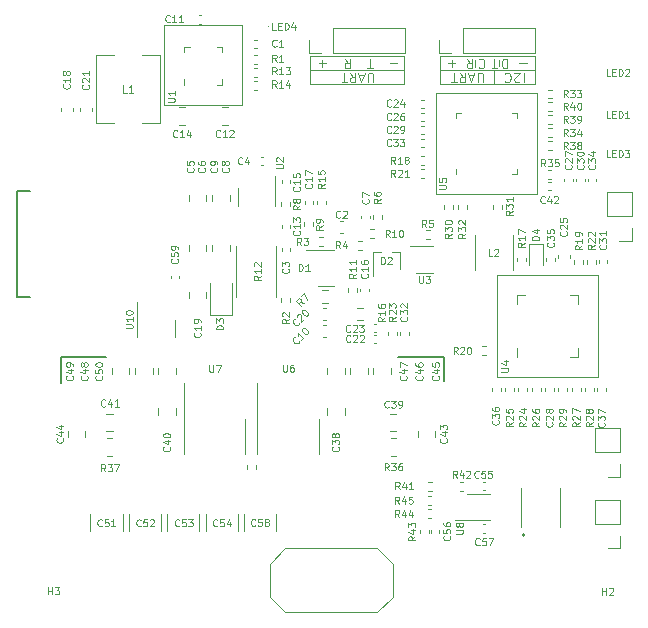
<source format=gbr>
%TF.GenerationSoftware,KiCad,Pcbnew,(6.0.0)*%
%TF.CreationDate,2022-03-25T21:19:08+08:00*%
%TF.ProjectId,WirelessPowerP40_Transmitter,57697265-6c65-4737-9350-6f7765725034,rev?*%
%TF.SameCoordinates,Original*%
%TF.FileFunction,Legend,Top*%
%TF.FilePolarity,Positive*%
%FSLAX46Y46*%
G04 Gerber Fmt 4.6, Leading zero omitted, Abs format (unit mm)*
G04 Created by KiCad (PCBNEW (6.0.0)) date 2022-03-25 21:19:08*
%MOMM*%
%LPD*%
G01*
G04 APERTURE LIST*
%ADD10C,0.100000*%
%ADD11C,0.150000*%
%ADD12C,0.120000*%
%ADD13C,0.200000*%
G04 APERTURE END LIST*
D10*
X149355000Y-91760000D02*
X149355000Y-100360000D01*
X144180000Y-76292500D02*
X152780000Y-76292501D01*
X147550000Y-73500000D02*
X147550000Y-74100000D01*
D11*
X112500000Y-98700000D02*
X112500000Y-100900000D01*
D10*
X144550000Y-75600000D02*
X144550000Y-73200000D01*
X149550000Y-73500000D02*
X149550000Y-74050000D01*
X141500000Y-75600000D02*
X133500000Y-75600000D01*
D11*
X144900000Y-98700000D02*
X144900000Y-100700000D01*
D10*
X152780000Y-76292501D02*
X152780000Y-84892501D01*
X144550000Y-73200000D02*
X152550000Y-73200000D01*
X144550000Y-74400000D02*
X152550000Y-74400000D01*
X127759998Y-70609999D02*
X127759999Y-77309999D01*
X141500000Y-73200000D02*
X141500000Y-75600000D01*
X133500000Y-74400000D02*
X141500000Y-74400000D01*
X144180000Y-84892500D02*
X152780000Y-84892501D01*
X121159999Y-77310001D02*
X121160000Y-70609999D01*
D11*
X112500000Y-98700000D02*
X116300000Y-98700000D01*
D10*
X133500000Y-75600000D02*
X133500000Y-73200000D01*
X157955000Y-91759999D02*
X157955000Y-100360000D01*
X149150000Y-74400000D02*
X149150000Y-75600000D01*
D11*
X141000000Y-98700000D02*
X144900000Y-98700000D01*
D10*
X121160000Y-70609999D02*
X127759998Y-70609999D01*
X157955000Y-91759999D02*
X149355000Y-91760000D01*
X144180000Y-84892500D02*
X144180000Y-76292500D01*
X133500000Y-73200000D02*
X141500000Y-73200000D01*
X152550000Y-73200000D02*
X152550000Y-75600000D01*
X157955000Y-100360000D02*
X149355000Y-100360000D01*
X152550000Y-75600000D02*
X144550000Y-75600000D01*
X127759999Y-77309999D02*
X121159999Y-77310001D01*
X151640952Y-74608095D02*
X151640952Y-75408095D01*
X151298095Y-75331904D02*
X151260000Y-75370000D01*
X151183809Y-75408095D01*
X150993333Y-75408095D01*
X150917142Y-75370000D01*
X150879047Y-75331904D01*
X150840952Y-75255714D01*
X150840952Y-75179523D01*
X150879047Y-75065238D01*
X151336190Y-74608095D01*
X150840952Y-74608095D01*
X150040952Y-74684285D02*
X150079047Y-74646190D01*
X150193333Y-74608095D01*
X150269523Y-74608095D01*
X150383809Y-74646190D01*
X150460000Y-74722380D01*
X150498095Y-74798571D01*
X150536190Y-74950952D01*
X150536190Y-75065238D01*
X150498095Y-75217619D01*
X150460000Y-75293809D01*
X150383809Y-75370000D01*
X150269523Y-75408095D01*
X150193333Y-75408095D01*
X150079047Y-75370000D01*
X150040952Y-75331904D01*
X146812380Y-73408095D02*
X147079047Y-73789047D01*
X147269523Y-73408095D02*
X147269523Y-74208095D01*
X146964761Y-74208095D01*
X146888571Y-74170000D01*
X146850476Y-74131904D01*
X146812380Y-74055714D01*
X146812380Y-73941428D01*
X146850476Y-73865238D01*
X146888571Y-73827142D01*
X146964761Y-73789047D01*
X147269523Y-73789047D01*
X147812380Y-73484285D02*
X147850476Y-73446190D01*
X147964761Y-73408095D01*
X148040952Y-73408095D01*
X148155238Y-73446190D01*
X148231428Y-73522380D01*
X148269523Y-73598571D01*
X148307619Y-73750952D01*
X148307619Y-73865238D01*
X148269523Y-74017619D01*
X148231428Y-74093809D01*
X148155238Y-74170000D01*
X148040952Y-74208095D01*
X147964761Y-74208095D01*
X147850476Y-74170000D01*
X147812380Y-74131904D01*
X149386188Y-74208095D02*
X148929045Y-74208095D01*
X149157617Y-73408095D02*
X149157617Y-74208095D01*
X138836188Y-74208095D02*
X138379045Y-74208095D01*
X138607617Y-73408095D02*
X138607617Y-74208095D01*
X140319524Y-73827142D02*
X140929047Y-73827142D01*
X150219523Y-73408095D02*
X150219523Y-74208095D01*
X150029047Y-74208095D01*
X149914761Y-74170000D01*
X149838571Y-74093809D01*
X149800476Y-74017619D01*
X149762380Y-73865238D01*
X149762380Y-73750952D01*
X149800476Y-73598571D01*
X149838571Y-73522380D01*
X149914761Y-73446190D01*
X150029047Y-73408095D01*
X150219523Y-73408095D01*
X134269524Y-73827142D02*
X134879047Y-73827142D01*
X134574286Y-74131904D02*
X134574286Y-73522380D01*
X145219524Y-73827142D02*
X145829047Y-73827142D01*
X145524286Y-74131904D02*
X145524286Y-73522380D01*
X151269524Y-73827142D02*
X151879047Y-73827142D01*
X138886190Y-75408095D02*
X138886190Y-74760476D01*
X138848095Y-74684285D01*
X138810000Y-74646190D01*
X138733809Y-74608095D01*
X138581428Y-74608095D01*
X138505238Y-74646190D01*
X138467142Y-74684285D01*
X138429047Y-74760476D01*
X138429047Y-75408095D01*
X138086190Y-74836666D02*
X137705238Y-74836666D01*
X138162380Y-74608095D02*
X137895714Y-75408095D01*
X137629047Y-74608095D01*
X136905238Y-74608095D02*
X137171904Y-74989047D01*
X137362380Y-74608095D02*
X137362380Y-75408095D01*
X137057619Y-75408095D01*
X136981428Y-75370000D01*
X136943333Y-75331904D01*
X136905238Y-75255714D01*
X136905238Y-75141428D01*
X136943333Y-75065238D01*
X136981428Y-75027142D01*
X137057619Y-74989047D01*
X137362380Y-74989047D01*
X136676666Y-75408095D02*
X136219523Y-75408095D01*
X136448095Y-74608095D02*
X136448095Y-75408095D01*
X136462380Y-73408095D02*
X136729047Y-73789047D01*
X136919523Y-73408095D02*
X136919523Y-74208095D01*
X136614761Y-74208095D01*
X136538571Y-74170000D01*
X136500476Y-74131904D01*
X136462380Y-74055714D01*
X136462380Y-73941428D01*
X136500476Y-73865238D01*
X136538571Y-73827142D01*
X136614761Y-73789047D01*
X136919523Y-73789047D01*
X148186190Y-75408095D02*
X148186190Y-74760476D01*
X148148095Y-74684285D01*
X148110000Y-74646190D01*
X148033809Y-74608095D01*
X147881428Y-74608095D01*
X147805238Y-74646190D01*
X147767142Y-74684285D01*
X147729047Y-74760476D01*
X147729047Y-75408095D01*
X147386190Y-74836666D02*
X147005238Y-74836666D01*
X147462380Y-74608095D02*
X147195714Y-75408095D01*
X146929047Y-74608095D01*
X146205238Y-74608095D02*
X146471904Y-74989047D01*
X146662380Y-74608095D02*
X146662380Y-75408095D01*
X146357619Y-75408095D01*
X146281428Y-75370000D01*
X146243333Y-75331904D01*
X146205238Y-75255714D01*
X146205238Y-75141428D01*
X146243333Y-75065238D01*
X146281428Y-75027142D01*
X146357619Y-74989047D01*
X146662380Y-74989047D01*
X145976666Y-75408095D02*
X145519523Y-75408095D01*
X145748095Y-74608095D02*
X145748095Y-75408095D01*
%TO.C,R12*%
X129381428Y-91805714D02*
X129095714Y-92005714D01*
X129381428Y-92148571D02*
X128781428Y-92148571D01*
X128781428Y-91920000D01*
X128810000Y-91862857D01*
X128838571Y-91834285D01*
X128895714Y-91805714D01*
X128981428Y-91805714D01*
X129038571Y-91834285D01*
X129067142Y-91862857D01*
X129095714Y-91920000D01*
X129095714Y-92148571D01*
X129381428Y-91234285D02*
X129381428Y-91577142D01*
X129381428Y-91405714D02*
X128781428Y-91405714D01*
X128867142Y-91462857D01*
X128924285Y-91520000D01*
X128952857Y-91577142D01*
X128838571Y-91005714D02*
X128810000Y-90977142D01*
X128781428Y-90920000D01*
X128781428Y-90777142D01*
X128810000Y-90720000D01*
X128838571Y-90691428D01*
X128895714Y-90662857D01*
X128952857Y-90662857D01*
X129038571Y-90691428D01*
X129381428Y-91034285D01*
X129381428Y-90662857D01*
%TO.C,C56*%
X145361627Y-113826497D02*
X145390199Y-113855068D01*
X145418770Y-113940783D01*
X145418770Y-113997925D01*
X145390199Y-114083640D01*
X145333056Y-114140783D01*
X145275913Y-114169354D01*
X145161627Y-114197925D01*
X145075913Y-114197925D01*
X144961627Y-114169354D01*
X144904484Y-114140783D01*
X144847342Y-114083640D01*
X144818770Y-113997925D01*
X144818770Y-113940783D01*
X144847342Y-113855068D01*
X144875913Y-113826497D01*
X144818770Y-113283640D02*
X144818770Y-113569354D01*
X145104484Y-113597925D01*
X145075913Y-113569354D01*
X145047342Y-113512211D01*
X145047342Y-113369354D01*
X145075913Y-113312211D01*
X145104484Y-113283640D01*
X145161627Y-113255068D01*
X145304484Y-113255068D01*
X145361627Y-113283640D01*
X145390199Y-113312211D01*
X145418770Y-113369354D01*
X145418770Y-113512211D01*
X145390199Y-113569354D01*
X145361627Y-113597925D01*
X144818770Y-112740783D02*
X144818770Y-112855068D01*
X144847342Y-112912211D01*
X144875913Y-112940783D01*
X144961627Y-112997925D01*
X145075913Y-113026497D01*
X145304484Y-113026497D01*
X145361627Y-112997925D01*
X145390199Y-112969354D01*
X145418770Y-112912211D01*
X145418770Y-112797925D01*
X145390199Y-112740783D01*
X145361627Y-112712211D01*
X145304484Y-112683640D01*
X145161627Y-112683640D01*
X145104484Y-112712211D01*
X145075913Y-112740783D01*
X145047342Y-112797925D01*
X145047342Y-112912211D01*
X145075913Y-112969354D01*
X145104484Y-112997925D01*
X145161627Y-113026497D01*
%TO.C,R39*%
X155364286Y-78846429D02*
X155164286Y-78560715D01*
X155021429Y-78846429D02*
X155021429Y-78246429D01*
X155250001Y-78246429D01*
X155307143Y-78275001D01*
X155335715Y-78303572D01*
X155364286Y-78360715D01*
X155364286Y-78446429D01*
X155335715Y-78503572D01*
X155307143Y-78532143D01*
X155250001Y-78560715D01*
X155021429Y-78560715D01*
X155564286Y-78246429D02*
X155935715Y-78246429D01*
X155735715Y-78475001D01*
X155821429Y-78475001D01*
X155878572Y-78503572D01*
X155907143Y-78532143D01*
X155935715Y-78589286D01*
X155935715Y-78732143D01*
X155907143Y-78789286D01*
X155878572Y-78817858D01*
X155821429Y-78846429D01*
X155650001Y-78846429D01*
X155592858Y-78817858D01*
X155564286Y-78789286D01*
X156221429Y-78846429D02*
X156335715Y-78846429D01*
X156392858Y-78817858D01*
X156421429Y-78789286D01*
X156478572Y-78703572D01*
X156507143Y-78589286D01*
X156507143Y-78360715D01*
X156478572Y-78303572D01*
X156450001Y-78275001D01*
X156392858Y-78246429D01*
X156278572Y-78246429D01*
X156221429Y-78275001D01*
X156192858Y-78303572D01*
X156164286Y-78360715D01*
X156164286Y-78503572D01*
X156192858Y-78560715D01*
X156221429Y-78589286D01*
X156278572Y-78617858D01*
X156392858Y-78617858D01*
X156450001Y-78589286D01*
X156478572Y-78560715D01*
X156507143Y-78503572D01*
%TO.C,C52*%
X119196784Y-112954283D02*
X119168213Y-112982855D01*
X119082499Y-113011426D01*
X119025356Y-113011426D01*
X118939641Y-112982855D01*
X118882499Y-112925712D01*
X118853927Y-112868569D01*
X118825356Y-112754283D01*
X118825356Y-112668569D01*
X118853927Y-112554283D01*
X118882499Y-112497140D01*
X118939641Y-112439998D01*
X119025356Y-112411426D01*
X119082499Y-112411426D01*
X119168213Y-112439998D01*
X119196784Y-112468569D01*
X119739641Y-112411426D02*
X119453927Y-112411426D01*
X119425356Y-112697140D01*
X119453927Y-112668569D01*
X119511070Y-112639998D01*
X119653927Y-112639998D01*
X119711070Y-112668569D01*
X119739641Y-112697140D01*
X119768213Y-112754283D01*
X119768213Y-112897140D01*
X119739641Y-112954283D01*
X119711070Y-112982855D01*
X119653927Y-113011426D01*
X119511070Y-113011426D01*
X119453927Y-112982855D01*
X119425356Y-112954283D01*
X119996784Y-112468569D02*
X120025356Y-112439998D01*
X120082499Y-112411426D01*
X120225356Y-112411426D01*
X120282499Y-112439998D01*
X120311070Y-112468569D01*
X120339641Y-112525712D01*
X120339641Y-112582855D01*
X120311070Y-112668569D01*
X119968213Y-113011426D01*
X120339641Y-113011426D01*
%TO.C,U6*%
X131242857Y-99331426D02*
X131242857Y-99817140D01*
X131271428Y-99874283D01*
X131300000Y-99902855D01*
X131357142Y-99931426D01*
X131471428Y-99931426D01*
X131528571Y-99902855D01*
X131557142Y-99874283D01*
X131585714Y-99817140D01*
X131585714Y-99331426D01*
X132128571Y-99331426D02*
X132014285Y-99331426D01*
X131957142Y-99359998D01*
X131928571Y-99388569D01*
X131871428Y-99474283D01*
X131842857Y-99588569D01*
X131842857Y-99817140D01*
X131871428Y-99874283D01*
X131900000Y-99902855D01*
X131957142Y-99931426D01*
X132071428Y-99931426D01*
X132128571Y-99902855D01*
X132157142Y-99874283D01*
X132185714Y-99817140D01*
X132185714Y-99674283D01*
X132157142Y-99617140D01*
X132128571Y-99588569D01*
X132071428Y-99559998D01*
X131957142Y-99559998D01*
X131900000Y-99588569D01*
X131871428Y-99617140D01*
X131842857Y-99674283D01*
%TO.C,U8*%
X145892212Y-113649800D02*
X146377926Y-113649800D01*
X146435069Y-113621229D01*
X146463641Y-113592658D01*
X146492212Y-113535515D01*
X146492212Y-113421229D01*
X146463641Y-113364086D01*
X146435069Y-113335515D01*
X146377926Y-113306943D01*
X145892212Y-113306943D01*
X146149355Y-112935515D02*
X146120784Y-112992658D01*
X146092212Y-113021229D01*
X146035069Y-113049800D01*
X146006498Y-113049800D01*
X145949355Y-113021229D01*
X145920784Y-112992658D01*
X145892212Y-112935515D01*
X145892212Y-112821229D01*
X145920784Y-112764086D01*
X145949355Y-112735515D01*
X146006498Y-112706943D01*
X146035069Y-112706943D01*
X146092212Y-112735515D01*
X146120784Y-112764086D01*
X146149355Y-112821229D01*
X146149355Y-112935515D01*
X146177926Y-112992658D01*
X146206498Y-113021229D01*
X146263641Y-113049800D01*
X146377926Y-113049800D01*
X146435069Y-113021229D01*
X146463641Y-112992658D01*
X146492212Y-112935515D01*
X146492212Y-112821229D01*
X146463641Y-112764086D01*
X146435069Y-112735515D01*
X146377926Y-112706943D01*
X146263641Y-112706943D01*
X146206498Y-112735515D01*
X146177926Y-112764086D01*
X146149355Y-112821229D01*
%TO.C,C30*%
X156654285Y-82425714D02*
X156682857Y-82454285D01*
X156711428Y-82540000D01*
X156711428Y-82597142D01*
X156682857Y-82682857D01*
X156625714Y-82740000D01*
X156568571Y-82768571D01*
X156454285Y-82797142D01*
X156368571Y-82797142D01*
X156254285Y-82768571D01*
X156197142Y-82740000D01*
X156140000Y-82682857D01*
X156111428Y-82597142D01*
X156111428Y-82540000D01*
X156140000Y-82454285D01*
X156168571Y-82425714D01*
X156111428Y-82225714D02*
X156111428Y-81854285D01*
X156340000Y-82054285D01*
X156340000Y-81968571D01*
X156368571Y-81911428D01*
X156397142Y-81882857D01*
X156454285Y-81854285D01*
X156597142Y-81854285D01*
X156654285Y-81882857D01*
X156682857Y-81911428D01*
X156711428Y-81968571D01*
X156711428Y-82140000D01*
X156682857Y-82197142D01*
X156654285Y-82225714D01*
X156111428Y-81482857D02*
X156111428Y-81425714D01*
X156140000Y-81368571D01*
X156168571Y-81340000D01*
X156225714Y-81311428D01*
X156340000Y-81282857D01*
X156482857Y-81282857D01*
X156597142Y-81311428D01*
X156654285Y-81340000D01*
X156682857Y-81368571D01*
X156711428Y-81425714D01*
X156711428Y-81482857D01*
X156682857Y-81540000D01*
X156654285Y-81568571D01*
X156597142Y-81597142D01*
X156482857Y-81625714D01*
X156340000Y-81625714D01*
X156225714Y-81597142D01*
X156168571Y-81568571D01*
X156140000Y-81540000D01*
X156111428Y-81482857D01*
%TO.C,R26*%
X152969760Y-104203214D02*
X152684046Y-104403214D01*
X152969760Y-104546071D02*
X152369760Y-104546071D01*
X152369760Y-104317500D01*
X152398332Y-104260357D01*
X152426903Y-104231785D01*
X152484046Y-104203214D01*
X152569760Y-104203214D01*
X152626903Y-104231785D01*
X152655474Y-104260357D01*
X152684046Y-104317500D01*
X152684046Y-104546071D01*
X152426903Y-103974642D02*
X152398332Y-103946071D01*
X152369760Y-103888928D01*
X152369760Y-103746071D01*
X152398332Y-103688928D01*
X152426903Y-103660357D01*
X152484046Y-103631785D01*
X152541189Y-103631785D01*
X152626903Y-103660357D01*
X152969760Y-104003214D01*
X152969760Y-103631785D01*
X152369760Y-103117500D02*
X152369760Y-103231785D01*
X152398332Y-103288928D01*
X152426903Y-103317500D01*
X152512617Y-103374642D01*
X152626903Y-103403214D01*
X152855474Y-103403214D01*
X152912617Y-103374642D01*
X152941189Y-103346071D01*
X152969760Y-103288928D01*
X152969760Y-103174642D01*
X152941189Y-103117500D01*
X152912617Y-103088928D01*
X152855474Y-103060357D01*
X152712617Y-103060357D01*
X152655474Y-103088928D01*
X152626903Y-103117500D01*
X152598332Y-103174642D01*
X152598332Y-103288928D01*
X152626903Y-103346071D01*
X152655474Y-103374642D01*
X152712617Y-103403214D01*
%TO.C,C41*%
X116214285Y-102814285D02*
X116185714Y-102842857D01*
X116100000Y-102871428D01*
X116042857Y-102871428D01*
X115957142Y-102842857D01*
X115900000Y-102785714D01*
X115871428Y-102728571D01*
X115842857Y-102614285D01*
X115842857Y-102528571D01*
X115871428Y-102414285D01*
X115900000Y-102357142D01*
X115957142Y-102300000D01*
X116042857Y-102271428D01*
X116100000Y-102271428D01*
X116185714Y-102300000D01*
X116214285Y-102328571D01*
X116728571Y-102471428D02*
X116728571Y-102871428D01*
X116585714Y-102242857D02*
X116442857Y-102671428D01*
X116814285Y-102671428D01*
X117357142Y-102871428D02*
X117014285Y-102871428D01*
X117185714Y-102871428D02*
X117185714Y-102271428D01*
X117128571Y-102357142D01*
X117071428Y-102414285D01*
X117014285Y-102442857D01*
%TO.C,R16*%
X139881428Y-95315714D02*
X139595714Y-95515714D01*
X139881428Y-95658571D02*
X139281428Y-95658571D01*
X139281428Y-95430000D01*
X139310000Y-95372857D01*
X139338571Y-95344285D01*
X139395714Y-95315714D01*
X139481428Y-95315714D01*
X139538571Y-95344285D01*
X139567142Y-95372857D01*
X139595714Y-95430000D01*
X139595714Y-95658571D01*
X139881428Y-94744285D02*
X139881428Y-95087142D01*
X139881428Y-94915714D02*
X139281428Y-94915714D01*
X139367142Y-94972857D01*
X139424285Y-95030000D01*
X139452857Y-95087142D01*
X139281428Y-94230000D02*
X139281428Y-94344285D01*
X139310000Y-94401428D01*
X139338571Y-94430000D01*
X139424285Y-94487142D01*
X139538571Y-94515714D01*
X139767142Y-94515714D01*
X139824285Y-94487142D01*
X139852857Y-94458571D01*
X139881428Y-94401428D01*
X139881428Y-94287142D01*
X139852857Y-94230000D01*
X139824285Y-94201428D01*
X139767142Y-94172857D01*
X139624285Y-94172857D01*
X139567142Y-94201428D01*
X139538571Y-94230000D01*
X139510000Y-94287142D01*
X139510000Y-94401428D01*
X139538571Y-94458571D01*
X139567142Y-94487142D01*
X139624285Y-94515714D01*
%TO.C,C14*%
X122299193Y-80010212D02*
X122270622Y-80038784D01*
X122184908Y-80067355D01*
X122127765Y-80067355D01*
X122042050Y-80038784D01*
X121984908Y-79981641D01*
X121956336Y-79924498D01*
X121927765Y-79810212D01*
X121927765Y-79724498D01*
X121956336Y-79610212D01*
X121984908Y-79553069D01*
X122042050Y-79495927D01*
X122127765Y-79467355D01*
X122184908Y-79467355D01*
X122270622Y-79495927D01*
X122299193Y-79524498D01*
X122870622Y-80067355D02*
X122527765Y-80067355D01*
X122699193Y-80067355D02*
X122699193Y-79467355D01*
X122642050Y-79553069D01*
X122584908Y-79610212D01*
X122527765Y-79638784D01*
X123384908Y-79667355D02*
X123384908Y-80067355D01*
X123242050Y-79438784D02*
X123099193Y-79867355D01*
X123470622Y-79867355D01*
%TO.C,U7*%
X125002858Y-99351427D02*
X125002858Y-99837141D01*
X125031429Y-99894284D01*
X125060001Y-99922856D01*
X125117143Y-99951427D01*
X125231429Y-99951427D01*
X125288572Y-99922856D01*
X125317143Y-99894284D01*
X125345715Y-99837141D01*
X125345715Y-99351427D01*
X125574286Y-99351427D02*
X125974286Y-99351427D01*
X125717143Y-99951427D01*
%TO.C,R19*%
X156566429Y-89220714D02*
X156280715Y-89420714D01*
X156566429Y-89563571D02*
X155966429Y-89563571D01*
X155966429Y-89335000D01*
X155995001Y-89277857D01*
X156023572Y-89249285D01*
X156080715Y-89220714D01*
X156166429Y-89220714D01*
X156223572Y-89249285D01*
X156252143Y-89277857D01*
X156280715Y-89335000D01*
X156280715Y-89563571D01*
X156566429Y-88649285D02*
X156566429Y-88992142D01*
X156566429Y-88820714D02*
X155966429Y-88820714D01*
X156052143Y-88877857D01*
X156109286Y-88935000D01*
X156137858Y-88992142D01*
X156566429Y-88363571D02*
X156566429Y-88249285D01*
X156537858Y-88192142D01*
X156509286Y-88163571D01*
X156423572Y-88106428D01*
X156309286Y-88077857D01*
X156080715Y-88077857D01*
X156023572Y-88106428D01*
X155995001Y-88135000D01*
X155966429Y-88192142D01*
X155966429Y-88306428D01*
X155995001Y-88363571D01*
X156023572Y-88392142D01*
X156080715Y-88420714D01*
X156223572Y-88420714D01*
X156280715Y-88392142D01*
X156309286Y-88363571D01*
X156337858Y-88306428D01*
X156337858Y-88192142D01*
X156309286Y-88135000D01*
X156280715Y-88106428D01*
X156223572Y-88077857D01*
%TO.C,C59*%
X122314285Y-90385714D02*
X122342857Y-90414285D01*
X122371428Y-90500000D01*
X122371428Y-90557142D01*
X122342857Y-90642857D01*
X122285714Y-90700000D01*
X122228571Y-90728571D01*
X122114285Y-90757142D01*
X122028571Y-90757142D01*
X121914285Y-90728571D01*
X121857142Y-90700000D01*
X121800000Y-90642857D01*
X121771428Y-90557142D01*
X121771428Y-90500000D01*
X121800000Y-90414285D01*
X121828571Y-90385714D01*
X121771428Y-89842857D02*
X121771428Y-90128571D01*
X122057142Y-90157142D01*
X122028571Y-90128571D01*
X122000000Y-90071428D01*
X122000000Y-89928571D01*
X122028571Y-89871428D01*
X122057142Y-89842857D01*
X122114285Y-89814285D01*
X122257142Y-89814285D01*
X122314285Y-89842857D01*
X122342857Y-89871428D01*
X122371428Y-89928571D01*
X122371428Y-90071428D01*
X122342857Y-90128571D01*
X122314285Y-90157142D01*
X122371428Y-89528571D02*
X122371428Y-89414285D01*
X122342857Y-89357142D01*
X122314285Y-89328571D01*
X122228571Y-89271428D01*
X122114285Y-89242857D01*
X121885714Y-89242857D01*
X121828571Y-89271428D01*
X121800000Y-89300000D01*
X121771428Y-89357142D01*
X121771428Y-89471428D01*
X121800000Y-89528571D01*
X121828571Y-89557142D01*
X121885714Y-89585714D01*
X122028571Y-89585714D01*
X122085714Y-89557142D01*
X122114285Y-89528571D01*
X122142857Y-89471428D01*
X122142857Y-89357142D01*
X122114285Y-89300000D01*
X122085714Y-89271428D01*
X122028571Y-89242857D01*
%TO.C,H3*%
X111342857Y-118771428D02*
X111342857Y-118171428D01*
X111342857Y-118457142D02*
X111685714Y-118457142D01*
X111685714Y-118771428D02*
X111685714Y-118171428D01*
X111914285Y-118171428D02*
X112285714Y-118171428D01*
X112085714Y-118400000D01*
X112171428Y-118400000D01*
X112228571Y-118428571D01*
X112257142Y-118457142D01*
X112285714Y-118514285D01*
X112285714Y-118657142D01*
X112257142Y-118714285D01*
X112228571Y-118742857D01*
X112171428Y-118771428D01*
X112000000Y-118771428D01*
X111942857Y-118742857D01*
X111914285Y-118714285D01*
%TO.C,C8*%
X126614285Y-82660000D02*
X126642857Y-82688571D01*
X126671428Y-82774285D01*
X126671428Y-82831428D01*
X126642857Y-82917142D01*
X126585714Y-82974285D01*
X126528571Y-83002857D01*
X126414285Y-83031428D01*
X126328571Y-83031428D01*
X126214285Y-83002857D01*
X126157142Y-82974285D01*
X126100000Y-82917142D01*
X126071428Y-82831428D01*
X126071428Y-82774285D01*
X126100000Y-82688571D01*
X126128571Y-82660000D01*
X126328571Y-82317142D02*
X126300000Y-82374285D01*
X126271428Y-82402857D01*
X126214285Y-82431428D01*
X126185714Y-82431428D01*
X126128571Y-82402857D01*
X126100000Y-82374285D01*
X126071428Y-82317142D01*
X126071428Y-82202857D01*
X126100000Y-82145714D01*
X126128571Y-82117142D01*
X126185714Y-82088571D01*
X126214285Y-82088571D01*
X126271428Y-82117142D01*
X126300000Y-82145714D01*
X126328571Y-82202857D01*
X126328571Y-82317142D01*
X126357142Y-82374285D01*
X126385714Y-82402857D01*
X126442857Y-82431428D01*
X126557142Y-82431428D01*
X126614285Y-82402857D01*
X126642857Y-82374285D01*
X126671428Y-82317142D01*
X126671428Y-82202857D01*
X126642857Y-82145714D01*
X126614285Y-82117142D01*
X126557142Y-82088571D01*
X126442857Y-82088571D01*
X126385714Y-82117142D01*
X126357142Y-82145714D01*
X126328571Y-82202857D01*
%TO.C,C43*%
X145094285Y-105575714D02*
X145122857Y-105604285D01*
X145151428Y-105690000D01*
X145151428Y-105747142D01*
X145122857Y-105832857D01*
X145065714Y-105890000D01*
X145008571Y-105918571D01*
X144894285Y-105947142D01*
X144808571Y-105947142D01*
X144694285Y-105918571D01*
X144637142Y-105890000D01*
X144580000Y-105832857D01*
X144551428Y-105747142D01*
X144551428Y-105690000D01*
X144580000Y-105604285D01*
X144608571Y-105575714D01*
X144751428Y-105061428D02*
X145151428Y-105061428D01*
X144522857Y-105204285D02*
X144951428Y-105347142D01*
X144951428Y-104975714D01*
X144551428Y-104804285D02*
X144551428Y-104432857D01*
X144780000Y-104632857D01*
X144780000Y-104547142D01*
X144808571Y-104490000D01*
X144837142Y-104461428D01*
X144894285Y-104432857D01*
X145037142Y-104432857D01*
X145094285Y-104461428D01*
X145122857Y-104490000D01*
X145151428Y-104547142D01*
X145151428Y-104718571D01*
X145122857Y-104775714D01*
X145094285Y-104804285D01*
%TO.C,R9*%
X134621428Y-87540000D02*
X134335714Y-87740000D01*
X134621428Y-87882857D02*
X134021428Y-87882857D01*
X134021428Y-87654285D01*
X134050000Y-87597142D01*
X134078571Y-87568571D01*
X134135714Y-87540000D01*
X134221428Y-87540000D01*
X134278571Y-87568571D01*
X134307142Y-87597142D01*
X134335714Y-87654285D01*
X134335714Y-87882857D01*
X134621428Y-87254285D02*
X134621428Y-87140000D01*
X134592857Y-87082857D01*
X134564285Y-87054285D01*
X134478571Y-86997142D01*
X134364285Y-86968571D01*
X134135714Y-86968571D01*
X134078571Y-86997142D01*
X134050000Y-87025714D01*
X134021428Y-87082857D01*
X134021428Y-87197142D01*
X134050000Y-87254285D01*
X134078571Y-87282857D01*
X134135714Y-87311428D01*
X134278571Y-87311428D01*
X134335714Y-87282857D01*
X134364285Y-87254285D01*
X134392857Y-87197142D01*
X134392857Y-87082857D01*
X134364285Y-87025714D01*
X134335714Y-86997142D01*
X134278571Y-86968571D01*
%TO.C,D1*%
X132587142Y-91411428D02*
X132587142Y-90811428D01*
X132730000Y-90811428D01*
X132815714Y-90840000D01*
X132872857Y-90897142D01*
X132901428Y-90954285D01*
X132930000Y-91068571D01*
X132930000Y-91154285D01*
X132901428Y-91268571D01*
X132872857Y-91325714D01*
X132815714Y-91382857D01*
X132730000Y-91411428D01*
X132587142Y-91411428D01*
X133501428Y-91411428D02*
X133158571Y-91411428D01*
X133330000Y-91411428D02*
X133330000Y-90811428D01*
X133272857Y-90897142D01*
X133215714Y-90954285D01*
X133158571Y-90982857D01*
%TO.C,C22*%
X136964285Y-97344285D02*
X136935714Y-97372857D01*
X136850000Y-97401428D01*
X136792857Y-97401428D01*
X136707142Y-97372857D01*
X136650000Y-97315714D01*
X136621428Y-97258571D01*
X136592857Y-97144285D01*
X136592857Y-97058571D01*
X136621428Y-96944285D01*
X136650000Y-96887142D01*
X136707142Y-96830000D01*
X136792857Y-96801428D01*
X136850000Y-96801428D01*
X136935714Y-96830000D01*
X136964285Y-96858571D01*
X137192857Y-96858571D02*
X137221428Y-96830000D01*
X137278571Y-96801428D01*
X137421428Y-96801428D01*
X137478571Y-96830000D01*
X137507142Y-96858571D01*
X137535714Y-96915714D01*
X137535714Y-96972857D01*
X137507142Y-97058571D01*
X137164285Y-97401428D01*
X137535714Y-97401428D01*
X137764285Y-96858571D02*
X137792857Y-96830000D01*
X137850000Y-96801428D01*
X137992857Y-96801428D01*
X138050000Y-96830000D01*
X138078571Y-96858571D01*
X138107142Y-96915714D01*
X138107142Y-96972857D01*
X138078571Y-97058571D01*
X137735714Y-97401428D01*
X138107142Y-97401428D01*
%TO.C,C19*%
X124234284Y-96605715D02*
X124262856Y-96634286D01*
X124291427Y-96720001D01*
X124291427Y-96777143D01*
X124262856Y-96862858D01*
X124205713Y-96920001D01*
X124148570Y-96948572D01*
X124034284Y-96977143D01*
X123948570Y-96977143D01*
X123834284Y-96948572D01*
X123777141Y-96920001D01*
X123719999Y-96862858D01*
X123691427Y-96777143D01*
X123691427Y-96720001D01*
X123719999Y-96634286D01*
X123748570Y-96605715D01*
X124291427Y-96034286D02*
X124291427Y-96377143D01*
X124291427Y-96205715D02*
X123691427Y-96205715D01*
X123777141Y-96262858D01*
X123834284Y-96320001D01*
X123862856Y-96377143D01*
X124291427Y-95748572D02*
X124291427Y-95634286D01*
X124262856Y-95577143D01*
X124234284Y-95548572D01*
X124148570Y-95491429D01*
X124034284Y-95462858D01*
X123805713Y-95462858D01*
X123748570Y-95491429D01*
X123719999Y-95520001D01*
X123691427Y-95577143D01*
X123691427Y-95691429D01*
X123719999Y-95748572D01*
X123748570Y-95777143D01*
X123805713Y-95805715D01*
X123948570Y-95805715D01*
X124005713Y-95777143D01*
X124034284Y-95748572D01*
X124062856Y-95691429D01*
X124062856Y-95577143D01*
X124034284Y-95520001D01*
X124005713Y-95491429D01*
X123948570Y-95462858D01*
%TO.C,LED3*%
X158933571Y-81761428D02*
X158647857Y-81761428D01*
X158647857Y-81161428D01*
X159133571Y-81447142D02*
X159333571Y-81447142D01*
X159419285Y-81761428D02*
X159133571Y-81761428D01*
X159133571Y-81161428D01*
X159419285Y-81161428D01*
X159676428Y-81761428D02*
X159676428Y-81161428D01*
X159819285Y-81161428D01*
X159905000Y-81190000D01*
X159962142Y-81247142D01*
X159990714Y-81304285D01*
X160019285Y-81418571D01*
X160019285Y-81504285D01*
X159990714Y-81618571D01*
X159962142Y-81675714D01*
X159905000Y-81732857D01*
X159819285Y-81761428D01*
X159676428Y-81761428D01*
X160219285Y-81161428D02*
X160590714Y-81161428D01*
X160390714Y-81390000D01*
X160476428Y-81390000D01*
X160533571Y-81418571D01*
X160562142Y-81447142D01*
X160590714Y-81504285D01*
X160590714Y-81647142D01*
X160562142Y-81704285D01*
X160533571Y-81732857D01*
X160476428Y-81761428D01*
X160305000Y-81761428D01*
X160247857Y-81732857D01*
X160219285Y-81704285D01*
%TO.C,C42*%
X153404284Y-85601785D02*
X153375713Y-85630357D01*
X153289999Y-85658928D01*
X153232856Y-85658928D01*
X153147141Y-85630357D01*
X153089999Y-85573214D01*
X153061427Y-85516071D01*
X153032856Y-85401785D01*
X153032856Y-85316071D01*
X153061427Y-85201785D01*
X153089999Y-85144642D01*
X153147141Y-85087500D01*
X153232856Y-85058928D01*
X153289999Y-85058928D01*
X153375713Y-85087500D01*
X153404284Y-85116071D01*
X153918570Y-85258928D02*
X153918570Y-85658928D01*
X153775713Y-85030357D02*
X153632856Y-85458928D01*
X154004284Y-85458928D01*
X154204284Y-85116071D02*
X154232856Y-85087500D01*
X154289999Y-85058928D01*
X154432856Y-85058928D01*
X154489999Y-85087500D01*
X154518570Y-85116071D01*
X154547141Y-85173214D01*
X154547141Y-85230357D01*
X154518570Y-85316071D01*
X154175713Y-85658928D01*
X154547141Y-85658928D01*
%TO.C,C37*%
X158444285Y-104230715D02*
X158472857Y-104259286D01*
X158501428Y-104345001D01*
X158501428Y-104402143D01*
X158472857Y-104487858D01*
X158415714Y-104545001D01*
X158358571Y-104573572D01*
X158244285Y-104602143D01*
X158158571Y-104602143D01*
X158044285Y-104573572D01*
X157987142Y-104545001D01*
X157930000Y-104487858D01*
X157901428Y-104402143D01*
X157901428Y-104345001D01*
X157930000Y-104259286D01*
X157958571Y-104230715D01*
X157901428Y-104030715D02*
X157901428Y-103659286D01*
X158130000Y-103859286D01*
X158130000Y-103773572D01*
X158158571Y-103716429D01*
X158187142Y-103687858D01*
X158244285Y-103659286D01*
X158387142Y-103659286D01*
X158444285Y-103687858D01*
X158472857Y-103716429D01*
X158501428Y-103773572D01*
X158501428Y-103945001D01*
X158472857Y-104002143D01*
X158444285Y-104030715D01*
X157901428Y-103459286D02*
X157901428Y-103059286D01*
X158501428Y-103316429D01*
%TO.C,LED4*%
X130648447Y-70961427D02*
X130362733Y-70961427D01*
X130362733Y-70361427D01*
X130848447Y-70647141D02*
X131048447Y-70647141D01*
X131134161Y-70961427D02*
X130848447Y-70961427D01*
X130848447Y-70361427D01*
X131134161Y-70361427D01*
X131391304Y-70961427D02*
X131391304Y-70361427D01*
X131534161Y-70361427D01*
X131619876Y-70389999D01*
X131677018Y-70447141D01*
X131705590Y-70504284D01*
X131734161Y-70618570D01*
X131734161Y-70704284D01*
X131705590Y-70818570D01*
X131677018Y-70875713D01*
X131619876Y-70932856D01*
X131534161Y-70961427D01*
X131391304Y-70961427D01*
X132248447Y-70561427D02*
X132248447Y-70961427D01*
X132105590Y-70332856D02*
X131962733Y-70761427D01*
X132334161Y-70761427D01*
%TO.C,R41*%
X141121626Y-109872213D02*
X140921626Y-109586499D01*
X140778769Y-109872213D02*
X140778769Y-109272213D01*
X141007341Y-109272213D01*
X141064483Y-109300785D01*
X141093055Y-109329356D01*
X141121626Y-109386499D01*
X141121626Y-109472213D01*
X141093055Y-109529356D01*
X141064483Y-109557927D01*
X141007341Y-109586499D01*
X140778769Y-109586499D01*
X141635912Y-109472213D02*
X141635912Y-109872213D01*
X141493055Y-109243642D02*
X141350198Y-109672213D01*
X141721626Y-109672213D01*
X142264483Y-109872213D02*
X141921626Y-109872213D01*
X142093055Y-109872213D02*
X142093055Y-109272213D01*
X142035912Y-109357927D01*
X141978769Y-109415070D01*
X141921626Y-109443642D01*
%TO.C,U1*%
X121491428Y-77077142D02*
X121977142Y-77077142D01*
X122034285Y-77048571D01*
X122062857Y-77020000D01*
X122091428Y-76962857D01*
X122091428Y-76848571D01*
X122062857Y-76791428D01*
X122034285Y-76762857D01*
X121977142Y-76734285D01*
X121491428Y-76734285D01*
X122091428Y-76134285D02*
X122091428Y-76477142D01*
X122091428Y-76305714D02*
X121491428Y-76305714D01*
X121577142Y-76362857D01*
X121634285Y-76420000D01*
X121662857Y-76477142D01*
%TO.C,R5*%
X143380000Y-87662466D02*
X143180000Y-87376752D01*
X143037142Y-87662466D02*
X143037142Y-87062466D01*
X143265714Y-87062466D01*
X143322857Y-87091038D01*
X143351428Y-87119609D01*
X143380000Y-87176752D01*
X143380000Y-87262466D01*
X143351428Y-87319609D01*
X143322857Y-87348180D01*
X143265714Y-87376752D01*
X143037142Y-87376752D01*
X143922857Y-87062466D02*
X143637142Y-87062466D01*
X143608571Y-87348180D01*
X143637142Y-87319609D01*
X143694285Y-87291038D01*
X143837142Y-87291038D01*
X143894285Y-87319609D01*
X143922857Y-87348180D01*
X143951428Y-87405323D01*
X143951428Y-87548180D01*
X143922857Y-87605323D01*
X143894285Y-87633895D01*
X143837142Y-87662466D01*
X143694285Y-87662466D01*
X143637142Y-87633895D01*
X143608571Y-87605323D01*
%TO.C,R7*%
X133053248Y-94077640D02*
X132709796Y-94017031D01*
X132810811Y-94320077D02*
X132386547Y-93895813D01*
X132548172Y-93734188D01*
X132608781Y-93713985D01*
X132649187Y-93713985D01*
X132709796Y-93734188D01*
X132770405Y-93794797D01*
X132790608Y-93855407D01*
X132790608Y-93895813D01*
X132770405Y-93956422D01*
X132608781Y-94118046D01*
X132770405Y-93511955D02*
X133053248Y-93229112D01*
X133295684Y-93835204D01*
%TO.C,L1*%
X118034999Y-76286429D02*
X117749284Y-76286429D01*
X117749284Y-75686429D01*
X118549284Y-76286429D02*
X118206427Y-76286429D01*
X118377856Y-76286429D02*
X118377856Y-75686429D01*
X118320713Y-75772143D01*
X118263570Y-75829286D01*
X118206427Y-75857858D01*
%TO.C,C36*%
X149494285Y-104043215D02*
X149522857Y-104071786D01*
X149551428Y-104157501D01*
X149551428Y-104214643D01*
X149522857Y-104300358D01*
X149465714Y-104357501D01*
X149408571Y-104386072D01*
X149294285Y-104414643D01*
X149208571Y-104414643D01*
X149094285Y-104386072D01*
X149037142Y-104357501D01*
X148980000Y-104300358D01*
X148951428Y-104214643D01*
X148951428Y-104157501D01*
X148980000Y-104071786D01*
X149008571Y-104043215D01*
X148951428Y-103843215D02*
X148951428Y-103471786D01*
X149180000Y-103671786D01*
X149180000Y-103586072D01*
X149208571Y-103528929D01*
X149237142Y-103500358D01*
X149294285Y-103471786D01*
X149437142Y-103471786D01*
X149494285Y-103500358D01*
X149522857Y-103528929D01*
X149551428Y-103586072D01*
X149551428Y-103757501D01*
X149522857Y-103814643D01*
X149494285Y-103843215D01*
X148951428Y-102957501D02*
X148951428Y-103071786D01*
X148980000Y-103128929D01*
X149008571Y-103157501D01*
X149094285Y-103214643D01*
X149208571Y-103243215D01*
X149437142Y-103243215D01*
X149494285Y-103214643D01*
X149522857Y-103186072D01*
X149551428Y-103128929D01*
X149551428Y-103014643D01*
X149522857Y-102957501D01*
X149494285Y-102928929D01*
X149437142Y-102900358D01*
X149294285Y-102900358D01*
X149237142Y-102928929D01*
X149208571Y-102957501D01*
X149180000Y-103014643D01*
X149180000Y-103128929D01*
X149208571Y-103186072D01*
X149237142Y-103214643D01*
X149294285Y-103243215D01*
%TO.C,R45*%
X141091627Y-111108878D02*
X140891627Y-110823164D01*
X140748770Y-111108878D02*
X140748770Y-110508878D01*
X140977342Y-110508878D01*
X141034484Y-110537450D01*
X141063056Y-110566021D01*
X141091627Y-110623164D01*
X141091627Y-110708878D01*
X141063056Y-110766021D01*
X141034484Y-110794592D01*
X140977342Y-110823164D01*
X140748770Y-110823164D01*
X141605913Y-110708878D02*
X141605913Y-111108878D01*
X141463056Y-110480307D02*
X141320199Y-110908878D01*
X141691627Y-110908878D01*
X142205913Y-110508878D02*
X141920199Y-110508878D01*
X141891627Y-110794592D01*
X141920199Y-110766021D01*
X141977342Y-110737450D01*
X142120199Y-110737450D01*
X142177342Y-110766021D01*
X142205913Y-110794592D01*
X142234484Y-110851735D01*
X142234484Y-110994592D01*
X142205913Y-111051735D01*
X142177342Y-111080307D01*
X142120199Y-111108878D01*
X141977342Y-111108878D01*
X141920199Y-111080307D01*
X141891627Y-111051735D01*
%TO.C,U10*%
X117931428Y-96252857D02*
X118417142Y-96252857D01*
X118474285Y-96224285D01*
X118502857Y-96195714D01*
X118531428Y-96138571D01*
X118531428Y-96024285D01*
X118502857Y-95967142D01*
X118474285Y-95938571D01*
X118417142Y-95910000D01*
X117931428Y-95910000D01*
X118531428Y-95310000D02*
X118531428Y-95652857D01*
X118531428Y-95481428D02*
X117931428Y-95481428D01*
X118017142Y-95538571D01*
X118074285Y-95595714D01*
X118102857Y-95652857D01*
X117931428Y-94938571D02*
X117931428Y-94881428D01*
X117960000Y-94824285D01*
X117988571Y-94795714D01*
X118045714Y-94767142D01*
X118160000Y-94738571D01*
X118302857Y-94738571D01*
X118417142Y-94767142D01*
X118474285Y-94795714D01*
X118502857Y-94824285D01*
X118531428Y-94881428D01*
X118531428Y-94938571D01*
X118502857Y-94995714D01*
X118474285Y-95024285D01*
X118417142Y-95052857D01*
X118302857Y-95081428D01*
X118160000Y-95081428D01*
X118045714Y-95052857D01*
X117988571Y-95024285D01*
X117960000Y-94995714D01*
X117931428Y-94938571D01*
%TO.C,C33*%
X140394285Y-80756785D02*
X140365714Y-80785357D01*
X140280000Y-80813928D01*
X140222857Y-80813928D01*
X140137142Y-80785357D01*
X140080000Y-80728214D01*
X140051428Y-80671071D01*
X140022857Y-80556785D01*
X140022857Y-80471071D01*
X140051428Y-80356785D01*
X140080000Y-80299642D01*
X140137142Y-80242500D01*
X140222857Y-80213928D01*
X140280000Y-80213928D01*
X140365714Y-80242500D01*
X140394285Y-80271071D01*
X140594285Y-80213928D02*
X140965714Y-80213928D01*
X140765714Y-80442500D01*
X140851428Y-80442500D01*
X140908571Y-80471071D01*
X140937142Y-80499642D01*
X140965714Y-80556785D01*
X140965714Y-80699642D01*
X140937142Y-80756785D01*
X140908571Y-80785357D01*
X140851428Y-80813928D01*
X140680000Y-80813928D01*
X140622857Y-80785357D01*
X140594285Y-80756785D01*
X141165714Y-80213928D02*
X141537142Y-80213928D01*
X141337142Y-80442500D01*
X141422857Y-80442500D01*
X141480000Y-80471071D01*
X141508571Y-80499642D01*
X141537142Y-80556785D01*
X141537142Y-80699642D01*
X141508571Y-80756785D01*
X141480000Y-80785357D01*
X141422857Y-80813928D01*
X141251428Y-80813928D01*
X141194285Y-80785357D01*
X141165714Y-80756785D01*
%TO.C,R40*%
X155364286Y-77746428D02*
X155164286Y-77460714D01*
X155021429Y-77746428D02*
X155021429Y-77146428D01*
X155250001Y-77146428D01*
X155307143Y-77175000D01*
X155335715Y-77203571D01*
X155364286Y-77260714D01*
X155364286Y-77346428D01*
X155335715Y-77403571D01*
X155307143Y-77432142D01*
X155250001Y-77460714D01*
X155021429Y-77460714D01*
X155878572Y-77346428D02*
X155878572Y-77746428D01*
X155735715Y-77117857D02*
X155592858Y-77546428D01*
X155964286Y-77546428D01*
X156307143Y-77146428D02*
X156364286Y-77146428D01*
X156421429Y-77175000D01*
X156450001Y-77203571D01*
X156478572Y-77260714D01*
X156507143Y-77375000D01*
X156507143Y-77517857D01*
X156478572Y-77632142D01*
X156450001Y-77689285D01*
X156421429Y-77717857D01*
X156364286Y-77746428D01*
X156307143Y-77746428D01*
X156250001Y-77717857D01*
X156221429Y-77689285D01*
X156192858Y-77632142D01*
X156164286Y-77517857D01*
X156164286Y-77375000D01*
X156192858Y-77260714D01*
X156221429Y-77203571D01*
X156250001Y-77175000D01*
X156307143Y-77146428D01*
%TO.C,R37*%
X116214285Y-108371428D02*
X116014285Y-108085714D01*
X115871428Y-108371428D02*
X115871428Y-107771428D01*
X116100000Y-107771428D01*
X116157142Y-107800000D01*
X116185714Y-107828571D01*
X116214285Y-107885714D01*
X116214285Y-107971428D01*
X116185714Y-108028571D01*
X116157142Y-108057142D01*
X116100000Y-108085714D01*
X115871428Y-108085714D01*
X116414285Y-107771428D02*
X116785714Y-107771428D01*
X116585714Y-108000000D01*
X116671428Y-108000000D01*
X116728571Y-108028571D01*
X116757142Y-108057142D01*
X116785714Y-108114285D01*
X116785714Y-108257142D01*
X116757142Y-108314285D01*
X116728571Y-108342857D01*
X116671428Y-108371428D01*
X116500000Y-108371428D01*
X116442857Y-108342857D01*
X116414285Y-108314285D01*
X116985714Y-107771428D02*
X117385714Y-107771428D01*
X117128571Y-108371428D01*
%TO.C,R36*%
X140214285Y-108271428D02*
X140014285Y-107985714D01*
X139871428Y-108271428D02*
X139871428Y-107671428D01*
X140100000Y-107671428D01*
X140157142Y-107700000D01*
X140185714Y-107728571D01*
X140214285Y-107785714D01*
X140214285Y-107871428D01*
X140185714Y-107928571D01*
X140157142Y-107957142D01*
X140100000Y-107985714D01*
X139871428Y-107985714D01*
X140414285Y-107671428D02*
X140785714Y-107671428D01*
X140585714Y-107900000D01*
X140671428Y-107900000D01*
X140728571Y-107928571D01*
X140757142Y-107957142D01*
X140785714Y-108014285D01*
X140785714Y-108157142D01*
X140757142Y-108214285D01*
X140728571Y-108242857D01*
X140671428Y-108271428D01*
X140500000Y-108271428D01*
X140442857Y-108242857D01*
X140414285Y-108214285D01*
X141300000Y-107671428D02*
X141185714Y-107671428D01*
X141128571Y-107700000D01*
X141100000Y-107728571D01*
X141042857Y-107814285D01*
X141014285Y-107928571D01*
X141014285Y-108157142D01*
X141042857Y-108214285D01*
X141071428Y-108242857D01*
X141128571Y-108271428D01*
X141242857Y-108271428D01*
X141300000Y-108242857D01*
X141328571Y-108214285D01*
X141357142Y-108157142D01*
X141357142Y-108014285D01*
X141328571Y-107957142D01*
X141300000Y-107928571D01*
X141242857Y-107900000D01*
X141128571Y-107900000D01*
X141071428Y-107928571D01*
X141042857Y-107957142D01*
X141014285Y-108014285D01*
%TO.C,C1*%
X130705591Y-72344285D02*
X130677019Y-72372857D01*
X130591305Y-72401428D01*
X130534162Y-72401428D01*
X130448448Y-72372857D01*
X130391305Y-72315714D01*
X130362733Y-72258571D01*
X130334162Y-72144285D01*
X130334162Y-72058571D01*
X130362733Y-71944285D01*
X130391305Y-71887142D01*
X130448448Y-71830000D01*
X130534162Y-71801428D01*
X130591305Y-71801428D01*
X130677019Y-71830000D01*
X130705591Y-71858571D01*
X131277019Y-72401428D02*
X130934162Y-72401428D01*
X131105591Y-72401428D02*
X131105591Y-71801428D01*
X131048448Y-71887142D01*
X130991305Y-71944285D01*
X130934162Y-71972857D01*
%TO.C,R42*%
X145976943Y-108907311D02*
X145776943Y-108621597D01*
X145634086Y-108907311D02*
X145634086Y-108307311D01*
X145862658Y-108307311D01*
X145919800Y-108335883D01*
X145948372Y-108364454D01*
X145976943Y-108421597D01*
X145976943Y-108507311D01*
X145948372Y-108564454D01*
X145919800Y-108593025D01*
X145862658Y-108621597D01*
X145634086Y-108621597D01*
X146491229Y-108507311D02*
X146491229Y-108907311D01*
X146348372Y-108278740D02*
X146205515Y-108707311D01*
X146576943Y-108707311D01*
X146776943Y-108364454D02*
X146805515Y-108335883D01*
X146862658Y-108307311D01*
X147005515Y-108307311D01*
X147062658Y-108335883D01*
X147091229Y-108364454D01*
X147119800Y-108421597D01*
X147119800Y-108478740D01*
X147091229Y-108564454D01*
X146748372Y-108907311D01*
X147119800Y-108907311D01*
%TO.C,R11*%
X137426428Y-91623214D02*
X137140714Y-91823214D01*
X137426428Y-91966071D02*
X136826428Y-91966071D01*
X136826428Y-91737500D01*
X136855000Y-91680357D01*
X136883571Y-91651785D01*
X136940714Y-91623214D01*
X137026428Y-91623214D01*
X137083571Y-91651785D01*
X137112142Y-91680357D01*
X137140714Y-91737500D01*
X137140714Y-91966071D01*
X137426428Y-91051785D02*
X137426428Y-91394642D01*
X137426428Y-91223214D02*
X136826428Y-91223214D01*
X136912142Y-91280357D01*
X136969285Y-91337500D01*
X136997857Y-91394642D01*
X137426428Y-90480357D02*
X137426428Y-90823214D01*
X137426428Y-90651785D02*
X136826428Y-90651785D01*
X136912142Y-90708928D01*
X136969285Y-90766071D01*
X136997857Y-90823214D01*
%TO.C,C39*%
X140214285Y-102914285D02*
X140185714Y-102942857D01*
X140100000Y-102971428D01*
X140042857Y-102971428D01*
X139957142Y-102942857D01*
X139900000Y-102885714D01*
X139871428Y-102828571D01*
X139842857Y-102714285D01*
X139842857Y-102628571D01*
X139871428Y-102514285D01*
X139900000Y-102457142D01*
X139957142Y-102400000D01*
X140042857Y-102371428D01*
X140100000Y-102371428D01*
X140185714Y-102400000D01*
X140214285Y-102428571D01*
X140414285Y-102371428D02*
X140785714Y-102371428D01*
X140585714Y-102600000D01*
X140671428Y-102600000D01*
X140728571Y-102628571D01*
X140757142Y-102657142D01*
X140785714Y-102714285D01*
X140785714Y-102857142D01*
X140757142Y-102914285D01*
X140728571Y-102942857D01*
X140671428Y-102971428D01*
X140500000Y-102971428D01*
X140442857Y-102942857D01*
X140414285Y-102914285D01*
X141071428Y-102971428D02*
X141185714Y-102971428D01*
X141242857Y-102942857D01*
X141271428Y-102914285D01*
X141328571Y-102828571D01*
X141357142Y-102714285D01*
X141357142Y-102485714D01*
X141328571Y-102428571D01*
X141300000Y-102400000D01*
X141242857Y-102371428D01*
X141128571Y-102371428D01*
X141071428Y-102400000D01*
X141042857Y-102428571D01*
X141014285Y-102485714D01*
X141014285Y-102628571D01*
X141042857Y-102685714D01*
X141071428Y-102714285D01*
X141128571Y-102742857D01*
X141242857Y-102742857D01*
X141300000Y-102714285D01*
X141328571Y-102685714D01*
X141357142Y-102628571D01*
%TO.C,U2*%
X130671428Y-82707142D02*
X131157142Y-82707142D01*
X131214285Y-82678571D01*
X131242857Y-82650000D01*
X131271428Y-82592857D01*
X131271428Y-82478571D01*
X131242857Y-82421428D01*
X131214285Y-82392857D01*
X131157142Y-82364285D01*
X130671428Y-82364285D01*
X130728571Y-82107142D02*
X130700000Y-82078571D01*
X130671428Y-82021428D01*
X130671428Y-81878571D01*
X130700000Y-81821428D01*
X130728571Y-81792857D01*
X130785714Y-81764285D01*
X130842857Y-81764285D01*
X130928571Y-81792857D01*
X131271428Y-82135714D01*
X131271428Y-81764285D01*
%TO.C,C6*%
X124604285Y-82660000D02*
X124632857Y-82688571D01*
X124661428Y-82774285D01*
X124661428Y-82831428D01*
X124632857Y-82917142D01*
X124575714Y-82974285D01*
X124518571Y-83002857D01*
X124404285Y-83031428D01*
X124318571Y-83031428D01*
X124204285Y-83002857D01*
X124147142Y-82974285D01*
X124090000Y-82917142D01*
X124061428Y-82831428D01*
X124061428Y-82774285D01*
X124090000Y-82688571D01*
X124118571Y-82660000D01*
X124061428Y-82145714D02*
X124061428Y-82260000D01*
X124090000Y-82317142D01*
X124118571Y-82345714D01*
X124204285Y-82402857D01*
X124318571Y-82431428D01*
X124547142Y-82431428D01*
X124604285Y-82402857D01*
X124632857Y-82374285D01*
X124661428Y-82317142D01*
X124661428Y-82202857D01*
X124632857Y-82145714D01*
X124604285Y-82117142D01*
X124547142Y-82088571D01*
X124404285Y-82088571D01*
X124347142Y-82117142D01*
X124318571Y-82145714D01*
X124290000Y-82202857D01*
X124290000Y-82317142D01*
X124318571Y-82374285D01*
X124347142Y-82402857D01*
X124404285Y-82431428D01*
%TO.C,LED2*%
X158933571Y-74879860D02*
X158647857Y-74879860D01*
X158647857Y-74279860D01*
X159133571Y-74565574D02*
X159333571Y-74565574D01*
X159419285Y-74879860D02*
X159133571Y-74879860D01*
X159133571Y-74279860D01*
X159419285Y-74279860D01*
X159676428Y-74879860D02*
X159676428Y-74279860D01*
X159819285Y-74279860D01*
X159905000Y-74308432D01*
X159962142Y-74365574D01*
X159990714Y-74422717D01*
X160019285Y-74537003D01*
X160019285Y-74622717D01*
X159990714Y-74737003D01*
X159962142Y-74794146D01*
X159905000Y-74851289D01*
X159819285Y-74879860D01*
X159676428Y-74879860D01*
X160247857Y-74337003D02*
X160276428Y-74308432D01*
X160333571Y-74279860D01*
X160476428Y-74279860D01*
X160533571Y-74308432D01*
X160562142Y-74337003D01*
X160590714Y-74394146D01*
X160590714Y-74451289D01*
X160562142Y-74537003D01*
X160219285Y-74879860D01*
X160590714Y-74879860D01*
%TO.C,R30*%
X145551428Y-88233213D02*
X145265714Y-88433213D01*
X145551428Y-88576070D02*
X144951428Y-88576070D01*
X144951428Y-88347499D01*
X144980000Y-88290356D01*
X145008571Y-88261784D01*
X145065714Y-88233213D01*
X145151428Y-88233213D01*
X145208571Y-88261784D01*
X145237142Y-88290356D01*
X145265714Y-88347499D01*
X145265714Y-88576070D01*
X144951428Y-88033213D02*
X144951428Y-87661784D01*
X145180000Y-87861784D01*
X145180000Y-87776070D01*
X145208571Y-87718927D01*
X145237142Y-87690356D01*
X145294285Y-87661784D01*
X145437142Y-87661784D01*
X145494285Y-87690356D01*
X145522857Y-87718927D01*
X145551428Y-87776070D01*
X145551428Y-87947499D01*
X145522857Y-88004641D01*
X145494285Y-88033213D01*
X144951428Y-87290356D02*
X144951428Y-87233213D01*
X144980000Y-87176070D01*
X145008571Y-87147499D01*
X145065714Y-87118927D01*
X145180000Y-87090356D01*
X145322857Y-87090356D01*
X145437142Y-87118927D01*
X145494285Y-87147499D01*
X145522857Y-87176070D01*
X145551428Y-87233213D01*
X145551428Y-87290356D01*
X145522857Y-87347499D01*
X145494285Y-87376070D01*
X145437142Y-87404641D01*
X145322857Y-87433213D01*
X145180000Y-87433213D01*
X145065714Y-87404641D01*
X145008571Y-87376070D01*
X144980000Y-87347499D01*
X144951428Y-87290356D01*
%TO.C,U3*%
X142767858Y-91818639D02*
X142767858Y-92304353D01*
X142796429Y-92361496D01*
X142825001Y-92390068D01*
X142882143Y-92418639D01*
X142996429Y-92418639D01*
X143053572Y-92390068D01*
X143082143Y-92361496D01*
X143110715Y-92304353D01*
X143110715Y-91818639D01*
X143339286Y-91818639D02*
X143710715Y-91818639D01*
X143510715Y-92047211D01*
X143596429Y-92047211D01*
X143653572Y-92075782D01*
X143682143Y-92104353D01*
X143710715Y-92161496D01*
X143710715Y-92304353D01*
X143682143Y-92361496D01*
X143653572Y-92390068D01*
X143596429Y-92418639D01*
X143425001Y-92418639D01*
X143367858Y-92390068D01*
X143339286Y-92361496D01*
%TO.C,C46*%
X143014285Y-100285714D02*
X143042857Y-100314285D01*
X143071428Y-100400000D01*
X143071428Y-100457142D01*
X143042857Y-100542857D01*
X142985714Y-100600000D01*
X142928571Y-100628571D01*
X142814285Y-100657142D01*
X142728571Y-100657142D01*
X142614285Y-100628571D01*
X142557142Y-100600000D01*
X142500000Y-100542857D01*
X142471428Y-100457142D01*
X142471428Y-100400000D01*
X142500000Y-100314285D01*
X142528571Y-100285714D01*
X142671428Y-99771428D02*
X143071428Y-99771428D01*
X142442857Y-99914285D02*
X142871428Y-100057142D01*
X142871428Y-99685714D01*
X142471428Y-99200000D02*
X142471428Y-99314285D01*
X142500000Y-99371428D01*
X142528571Y-99400000D01*
X142614285Y-99457142D01*
X142728571Y-99485714D01*
X142957142Y-99485714D01*
X143014285Y-99457142D01*
X143042857Y-99428571D01*
X143071428Y-99371428D01*
X143071428Y-99257142D01*
X143042857Y-99200000D01*
X143014285Y-99171428D01*
X142957142Y-99142857D01*
X142814285Y-99142857D01*
X142757142Y-99171428D01*
X142728571Y-99200000D01*
X142700000Y-99257142D01*
X142700000Y-99371428D01*
X142728571Y-99428571D01*
X142757142Y-99457142D01*
X142814285Y-99485714D01*
%TO.C,R8*%
X132701428Y-85840000D02*
X132415714Y-86040000D01*
X132701428Y-86182857D02*
X132101428Y-86182857D01*
X132101428Y-85954285D01*
X132130000Y-85897142D01*
X132158571Y-85868571D01*
X132215714Y-85840000D01*
X132301428Y-85840000D01*
X132358571Y-85868571D01*
X132387142Y-85897142D01*
X132415714Y-85954285D01*
X132415714Y-86182857D01*
X132358571Y-85497142D02*
X132330000Y-85554285D01*
X132301428Y-85582857D01*
X132244285Y-85611428D01*
X132215714Y-85611428D01*
X132158571Y-85582857D01*
X132130000Y-85554285D01*
X132101428Y-85497142D01*
X132101428Y-85382857D01*
X132130000Y-85325714D01*
X132158571Y-85297142D01*
X132215714Y-85268571D01*
X132244285Y-85268571D01*
X132301428Y-85297142D01*
X132330000Y-85325714D01*
X132358571Y-85382857D01*
X132358571Y-85497142D01*
X132387142Y-85554285D01*
X132415714Y-85582857D01*
X132472857Y-85611428D01*
X132587142Y-85611428D01*
X132644285Y-85582857D01*
X132672857Y-85554285D01*
X132701428Y-85497142D01*
X132701428Y-85382857D01*
X132672857Y-85325714D01*
X132644285Y-85297142D01*
X132587142Y-85268571D01*
X132472857Y-85268571D01*
X132415714Y-85297142D01*
X132387142Y-85325714D01*
X132358571Y-85382857D01*
%TO.C,R33*%
X155364286Y-76681428D02*
X155164286Y-76395714D01*
X155021429Y-76681428D02*
X155021429Y-76081428D01*
X155250001Y-76081428D01*
X155307143Y-76110000D01*
X155335715Y-76138571D01*
X155364286Y-76195714D01*
X155364286Y-76281428D01*
X155335715Y-76338571D01*
X155307143Y-76367142D01*
X155250001Y-76395714D01*
X155021429Y-76395714D01*
X155564286Y-76081428D02*
X155935715Y-76081428D01*
X155735715Y-76310000D01*
X155821429Y-76310000D01*
X155878572Y-76338571D01*
X155907143Y-76367142D01*
X155935715Y-76424285D01*
X155935715Y-76567142D01*
X155907143Y-76624285D01*
X155878572Y-76652857D01*
X155821429Y-76681428D01*
X155650001Y-76681428D01*
X155592858Y-76652857D01*
X155564286Y-76624285D01*
X156135715Y-76081428D02*
X156507143Y-76081428D01*
X156307143Y-76310000D01*
X156392858Y-76310000D01*
X156450001Y-76338571D01*
X156478572Y-76367142D01*
X156507143Y-76424285D01*
X156507143Y-76567142D01*
X156478572Y-76624285D01*
X156450001Y-76652857D01*
X156392858Y-76681428D01*
X156221429Y-76681428D01*
X156164286Y-76652857D01*
X156135715Y-76624285D01*
%TO.C,H2*%
X158242857Y-118811428D02*
X158242857Y-118211428D01*
X158242857Y-118497142D02*
X158585714Y-118497142D01*
X158585714Y-118811428D02*
X158585714Y-118211428D01*
X158842857Y-118268571D02*
X158871428Y-118240000D01*
X158928571Y-118211428D01*
X159071428Y-118211428D01*
X159128571Y-118240000D01*
X159157142Y-118268571D01*
X159185714Y-118325714D01*
X159185714Y-118382857D01*
X159157142Y-118468571D01*
X158814285Y-118811428D01*
X159185714Y-118811428D01*
%TO.C,C16*%
X138384285Y-91615714D02*
X138412857Y-91644285D01*
X138441428Y-91730000D01*
X138441428Y-91787142D01*
X138412857Y-91872857D01*
X138355714Y-91930000D01*
X138298571Y-91958571D01*
X138184285Y-91987142D01*
X138098571Y-91987142D01*
X137984285Y-91958571D01*
X137927142Y-91930000D01*
X137870000Y-91872857D01*
X137841428Y-91787142D01*
X137841428Y-91730000D01*
X137870000Y-91644285D01*
X137898571Y-91615714D01*
X138441428Y-91044285D02*
X138441428Y-91387142D01*
X138441428Y-91215714D02*
X137841428Y-91215714D01*
X137927142Y-91272857D01*
X137984285Y-91330000D01*
X138012857Y-91387142D01*
X137841428Y-90530000D02*
X137841428Y-90644285D01*
X137870000Y-90701428D01*
X137898571Y-90730000D01*
X137984285Y-90787142D01*
X138098571Y-90815714D01*
X138327142Y-90815714D01*
X138384285Y-90787142D01*
X138412857Y-90758571D01*
X138441428Y-90701428D01*
X138441428Y-90587142D01*
X138412857Y-90530000D01*
X138384285Y-90501428D01*
X138327142Y-90472857D01*
X138184285Y-90472857D01*
X138127142Y-90501428D01*
X138098571Y-90530000D01*
X138070000Y-90587142D01*
X138070000Y-90701428D01*
X138098571Y-90758571D01*
X138127142Y-90787142D01*
X138184285Y-90815714D01*
%TO.C,C17*%
X133654285Y-84025714D02*
X133682857Y-84054285D01*
X133711428Y-84140000D01*
X133711428Y-84197142D01*
X133682857Y-84282857D01*
X133625714Y-84340000D01*
X133568571Y-84368571D01*
X133454285Y-84397142D01*
X133368571Y-84397142D01*
X133254285Y-84368571D01*
X133197142Y-84340000D01*
X133140000Y-84282857D01*
X133111428Y-84197142D01*
X133111428Y-84140000D01*
X133140000Y-84054285D01*
X133168571Y-84025714D01*
X133711428Y-83454285D02*
X133711428Y-83797142D01*
X133711428Y-83625714D02*
X133111428Y-83625714D01*
X133197142Y-83682857D01*
X133254285Y-83740000D01*
X133282857Y-83797142D01*
X133111428Y-83254285D02*
X133111428Y-82854285D01*
X133711428Y-83111428D01*
%TO.C,R34*%
X155364287Y-79971428D02*
X155164287Y-79685714D01*
X155021430Y-79971428D02*
X155021430Y-79371428D01*
X155250002Y-79371428D01*
X155307144Y-79400000D01*
X155335716Y-79428571D01*
X155364287Y-79485714D01*
X155364287Y-79571428D01*
X155335716Y-79628571D01*
X155307144Y-79657142D01*
X155250002Y-79685714D01*
X155021430Y-79685714D01*
X155564287Y-79371428D02*
X155935716Y-79371428D01*
X155735716Y-79600000D01*
X155821430Y-79600000D01*
X155878573Y-79628571D01*
X155907144Y-79657142D01*
X155935716Y-79714285D01*
X155935716Y-79857142D01*
X155907144Y-79914285D01*
X155878573Y-79942857D01*
X155821430Y-79971428D01*
X155650002Y-79971428D01*
X155592859Y-79942857D01*
X155564287Y-79914285D01*
X156450002Y-79571428D02*
X156450002Y-79971428D01*
X156307144Y-79342857D02*
X156164287Y-79771428D01*
X156535716Y-79771428D01*
%TO.C,C53*%
X122474282Y-112954283D02*
X122445711Y-112982855D01*
X122359997Y-113011426D01*
X122302854Y-113011426D01*
X122217139Y-112982855D01*
X122159997Y-112925712D01*
X122131425Y-112868569D01*
X122102854Y-112754283D01*
X122102854Y-112668569D01*
X122131425Y-112554283D01*
X122159997Y-112497140D01*
X122217139Y-112439998D01*
X122302854Y-112411426D01*
X122359997Y-112411426D01*
X122445711Y-112439998D01*
X122474282Y-112468569D01*
X123017139Y-112411426D02*
X122731425Y-112411426D01*
X122702854Y-112697140D01*
X122731425Y-112668569D01*
X122788568Y-112639998D01*
X122931425Y-112639998D01*
X122988568Y-112668569D01*
X123017139Y-112697140D01*
X123045711Y-112754283D01*
X123045711Y-112897140D01*
X123017139Y-112954283D01*
X122988568Y-112982855D01*
X122931425Y-113011426D01*
X122788568Y-113011426D01*
X122731425Y-112982855D01*
X122702854Y-112954283D01*
X123245711Y-112411426D02*
X123617139Y-112411426D01*
X123417139Y-112639998D01*
X123502854Y-112639998D01*
X123559997Y-112668569D01*
X123588568Y-112697140D01*
X123617139Y-112754283D01*
X123617139Y-112897140D01*
X123588568Y-112954283D01*
X123559997Y-112982855D01*
X123502854Y-113011426D01*
X123331425Y-113011426D01*
X123274282Y-112982855D01*
X123245711Y-112954283D01*
%TO.C,R10*%
X140275713Y-88531428D02*
X140075713Y-88245714D01*
X139932856Y-88531428D02*
X139932856Y-87931428D01*
X140161428Y-87931428D01*
X140218570Y-87960000D01*
X140247142Y-87988571D01*
X140275713Y-88045714D01*
X140275713Y-88131428D01*
X140247142Y-88188571D01*
X140218570Y-88217142D01*
X140161428Y-88245714D01*
X139932856Y-88245714D01*
X140847142Y-88531428D02*
X140504285Y-88531428D01*
X140675713Y-88531428D02*
X140675713Y-87931428D01*
X140618570Y-88017142D01*
X140561428Y-88074285D01*
X140504285Y-88102857D01*
X141218570Y-87931428D02*
X141275713Y-87931428D01*
X141332856Y-87960000D01*
X141361428Y-87988571D01*
X141389999Y-88045714D01*
X141418570Y-88160000D01*
X141418570Y-88302857D01*
X141389999Y-88417142D01*
X141361428Y-88474285D01*
X141332856Y-88502857D01*
X141275713Y-88531428D01*
X141218570Y-88531428D01*
X141161428Y-88502857D01*
X141132856Y-88474285D01*
X141104285Y-88417142D01*
X141075713Y-88302857D01*
X141075713Y-88160000D01*
X141104285Y-88045714D01*
X141132856Y-87988571D01*
X141161428Y-87960000D01*
X141218570Y-87931428D01*
%TO.C,C26*%
X140394285Y-78556785D02*
X140365714Y-78585357D01*
X140280000Y-78613928D01*
X140222857Y-78613928D01*
X140137142Y-78585357D01*
X140080000Y-78528214D01*
X140051428Y-78471071D01*
X140022857Y-78356785D01*
X140022857Y-78271071D01*
X140051428Y-78156785D01*
X140080000Y-78099642D01*
X140137142Y-78042500D01*
X140222857Y-78013928D01*
X140280000Y-78013928D01*
X140365714Y-78042500D01*
X140394285Y-78071071D01*
X140622857Y-78071071D02*
X140651428Y-78042500D01*
X140708571Y-78013928D01*
X140851428Y-78013928D01*
X140908571Y-78042500D01*
X140937142Y-78071071D01*
X140965714Y-78128214D01*
X140965714Y-78185357D01*
X140937142Y-78271071D01*
X140594285Y-78613928D01*
X140965714Y-78613928D01*
X141480000Y-78013928D02*
X141365714Y-78013928D01*
X141308571Y-78042500D01*
X141280000Y-78071071D01*
X141222857Y-78156785D01*
X141194285Y-78271071D01*
X141194285Y-78499642D01*
X141222857Y-78556785D01*
X141251428Y-78585357D01*
X141308571Y-78613928D01*
X141422857Y-78613928D01*
X141480000Y-78585357D01*
X141508571Y-78556785D01*
X141537142Y-78499642D01*
X141537142Y-78356785D01*
X141508571Y-78299642D01*
X141480000Y-78271071D01*
X141422857Y-78242500D01*
X141308571Y-78242500D01*
X141251428Y-78271071D01*
X141222857Y-78299642D01*
X141194285Y-78356785D01*
%TO.C,R25*%
X150696428Y-104203215D02*
X150410714Y-104403215D01*
X150696428Y-104546072D02*
X150096428Y-104546072D01*
X150096428Y-104317501D01*
X150125000Y-104260358D01*
X150153571Y-104231786D01*
X150210714Y-104203215D01*
X150296428Y-104203215D01*
X150353571Y-104231786D01*
X150382142Y-104260358D01*
X150410714Y-104317501D01*
X150410714Y-104546072D01*
X150153571Y-103974643D02*
X150125000Y-103946072D01*
X150096428Y-103888929D01*
X150096428Y-103746072D01*
X150125000Y-103688929D01*
X150153571Y-103660358D01*
X150210714Y-103631786D01*
X150267857Y-103631786D01*
X150353571Y-103660358D01*
X150696428Y-104003215D01*
X150696428Y-103631786D01*
X150096428Y-103088929D02*
X150096428Y-103374643D01*
X150382142Y-103403215D01*
X150353571Y-103374643D01*
X150325000Y-103317501D01*
X150325000Y-103174643D01*
X150353571Y-103117501D01*
X150382142Y-103088929D01*
X150439285Y-103060358D01*
X150582142Y-103060358D01*
X150639285Y-103088929D01*
X150667857Y-103117501D01*
X150696428Y-103174643D01*
X150696428Y-103317501D01*
X150667857Y-103374643D01*
X150639285Y-103403215D01*
%TO.C,R18*%
X140754285Y-82321428D02*
X140554285Y-82035714D01*
X140411428Y-82321428D02*
X140411428Y-81721428D01*
X140640000Y-81721428D01*
X140697142Y-81750000D01*
X140725714Y-81778571D01*
X140754285Y-81835714D01*
X140754285Y-81921428D01*
X140725714Y-81978571D01*
X140697142Y-82007142D01*
X140640000Y-82035714D01*
X140411428Y-82035714D01*
X141325714Y-82321428D02*
X140982857Y-82321428D01*
X141154285Y-82321428D02*
X141154285Y-81721428D01*
X141097142Y-81807142D01*
X141040000Y-81864285D01*
X140982857Y-81892857D01*
X141668571Y-81978571D02*
X141611428Y-81950000D01*
X141582857Y-81921428D01*
X141554285Y-81864285D01*
X141554285Y-81835714D01*
X141582857Y-81778571D01*
X141611428Y-81750000D01*
X141668571Y-81721428D01*
X141782857Y-81721428D01*
X141840000Y-81750000D01*
X141868571Y-81778571D01*
X141897142Y-81835714D01*
X141897142Y-81864285D01*
X141868571Y-81921428D01*
X141840000Y-81950000D01*
X141782857Y-81978571D01*
X141668571Y-81978571D01*
X141611428Y-82007142D01*
X141582857Y-82035714D01*
X141554285Y-82092857D01*
X141554285Y-82207142D01*
X141582857Y-82264285D01*
X141611428Y-82292857D01*
X141668571Y-82321428D01*
X141782857Y-82321428D01*
X141840000Y-82292857D01*
X141868571Y-82264285D01*
X141897142Y-82207142D01*
X141897142Y-82092857D01*
X141868571Y-82035714D01*
X141840000Y-82007142D01*
X141782857Y-81978571D01*
%TO.C,C20*%
X132608781Y-95784264D02*
X132608781Y-95824670D01*
X132568375Y-95905482D01*
X132527969Y-95945888D01*
X132447157Y-95986294D01*
X132366345Y-95986294D01*
X132305735Y-95966091D01*
X132204720Y-95905482D01*
X132144111Y-95844873D01*
X132083502Y-95743857D01*
X132063299Y-95683248D01*
X132063299Y-95602436D01*
X132103705Y-95521624D01*
X132144111Y-95481218D01*
X132224923Y-95440812D01*
X132265329Y-95440812D01*
X132426954Y-95279187D02*
X132426954Y-95238781D01*
X132447157Y-95178172D01*
X132548172Y-95077157D01*
X132608781Y-95056954D01*
X132649187Y-95056954D01*
X132709796Y-95077157D01*
X132750203Y-95117563D01*
X132790609Y-95198375D01*
X132790609Y-95683248D01*
X133053248Y-95420609D01*
X132891624Y-94733705D02*
X132932030Y-94693299D01*
X132992639Y-94673096D01*
X133033045Y-94673096D01*
X133093654Y-94693299D01*
X133194670Y-94753908D01*
X133295685Y-94854923D01*
X133356294Y-94955938D01*
X133376497Y-95016548D01*
X133376497Y-95056954D01*
X133356294Y-95117563D01*
X133315888Y-95157969D01*
X133255279Y-95178172D01*
X133214873Y-95178172D01*
X133154264Y-95157969D01*
X133053248Y-95097360D01*
X132952233Y-94996345D01*
X132891624Y-94895329D01*
X132871421Y-94834720D01*
X132871421Y-94794314D01*
X132891624Y-94733705D01*
%TO.C,C24*%
X140394285Y-77416786D02*
X140365714Y-77445358D01*
X140280000Y-77473929D01*
X140222857Y-77473929D01*
X140137142Y-77445358D01*
X140080000Y-77388215D01*
X140051428Y-77331072D01*
X140022857Y-77216786D01*
X140022857Y-77131072D01*
X140051428Y-77016786D01*
X140080000Y-76959643D01*
X140137142Y-76902501D01*
X140222857Y-76873929D01*
X140280000Y-76873929D01*
X140365714Y-76902501D01*
X140394285Y-76931072D01*
X140622857Y-76931072D02*
X140651428Y-76902501D01*
X140708571Y-76873929D01*
X140851428Y-76873929D01*
X140908571Y-76902501D01*
X140937142Y-76931072D01*
X140965714Y-76988215D01*
X140965714Y-77045358D01*
X140937142Y-77131072D01*
X140594285Y-77473929D01*
X140965714Y-77473929D01*
X141480000Y-77073929D02*
X141480000Y-77473929D01*
X141337142Y-76845358D02*
X141194285Y-77273929D01*
X141565714Y-77273929D01*
%TO.C,D4*%
X152941428Y-88762857D02*
X152341428Y-88762857D01*
X152341428Y-88620000D01*
X152370000Y-88534285D01*
X152427142Y-88477142D01*
X152484285Y-88448571D01*
X152598571Y-88420000D01*
X152684285Y-88420000D01*
X152798571Y-88448571D01*
X152855714Y-88477142D01*
X152912857Y-88534285D01*
X152941428Y-88620000D01*
X152941428Y-88762857D01*
X152541428Y-87905714D02*
X152941428Y-87905714D01*
X152312857Y-88048571D02*
X152741428Y-88191428D01*
X152741428Y-87820000D01*
%TO.C,R17*%
X151721428Y-89015714D02*
X151435714Y-89215714D01*
X151721428Y-89358571D02*
X151121428Y-89358571D01*
X151121428Y-89130000D01*
X151150000Y-89072857D01*
X151178571Y-89044285D01*
X151235714Y-89015714D01*
X151321428Y-89015714D01*
X151378571Y-89044285D01*
X151407142Y-89072857D01*
X151435714Y-89130000D01*
X151435714Y-89358571D01*
X151721428Y-88444285D02*
X151721428Y-88787142D01*
X151721428Y-88615714D02*
X151121428Y-88615714D01*
X151207142Y-88672857D01*
X151264285Y-88730000D01*
X151292857Y-88787142D01*
X151121428Y-88244285D02*
X151121428Y-87844285D01*
X151721428Y-88101428D01*
%TO.C,R35*%
X153454285Y-82538928D02*
X153254285Y-82253214D01*
X153111428Y-82538928D02*
X153111428Y-81938928D01*
X153340000Y-81938928D01*
X153397142Y-81967500D01*
X153425714Y-81996071D01*
X153454285Y-82053214D01*
X153454285Y-82138928D01*
X153425714Y-82196071D01*
X153397142Y-82224642D01*
X153340000Y-82253214D01*
X153111428Y-82253214D01*
X153654285Y-81938928D02*
X154025714Y-81938928D01*
X153825714Y-82167500D01*
X153911428Y-82167500D01*
X153968571Y-82196071D01*
X153997142Y-82224642D01*
X154025714Y-82281785D01*
X154025714Y-82424642D01*
X153997142Y-82481785D01*
X153968571Y-82510357D01*
X153911428Y-82538928D01*
X153740000Y-82538928D01*
X153682857Y-82510357D01*
X153654285Y-82481785D01*
X154568571Y-81938928D02*
X154282857Y-81938928D01*
X154254285Y-82224642D01*
X154282857Y-82196071D01*
X154340000Y-82167500D01*
X154482857Y-82167500D01*
X154540000Y-82196071D01*
X154568571Y-82224642D01*
X154597142Y-82281785D01*
X154597142Y-82424642D01*
X154568571Y-82481785D01*
X154540000Y-82510357D01*
X154482857Y-82538928D01*
X154340000Y-82538928D01*
X154282857Y-82510357D01*
X154254285Y-82481785D01*
%TO.C,C3*%
X131714285Y-91200000D02*
X131742857Y-91228571D01*
X131771428Y-91314285D01*
X131771428Y-91371428D01*
X131742857Y-91457142D01*
X131685714Y-91514285D01*
X131628571Y-91542857D01*
X131514285Y-91571428D01*
X131428571Y-91571428D01*
X131314285Y-91542857D01*
X131257142Y-91514285D01*
X131200000Y-91457142D01*
X131171428Y-91371428D01*
X131171428Y-91314285D01*
X131200000Y-91228571D01*
X131228571Y-91200000D01*
X131171428Y-91000000D02*
X131171428Y-90628571D01*
X131400000Y-90828571D01*
X131400000Y-90742857D01*
X131428571Y-90685714D01*
X131457142Y-90657142D01*
X131514285Y-90628571D01*
X131657142Y-90628571D01*
X131714285Y-90657142D01*
X131742857Y-90685714D01*
X131771428Y-90742857D01*
X131771428Y-90914285D01*
X131742857Y-90971428D01*
X131714285Y-91000000D01*
%TO.C,R28*%
X157486428Y-104213215D02*
X157200714Y-104413215D01*
X157486428Y-104556072D02*
X156886428Y-104556072D01*
X156886428Y-104327501D01*
X156915000Y-104270358D01*
X156943571Y-104241786D01*
X157000714Y-104213215D01*
X157086428Y-104213215D01*
X157143571Y-104241786D01*
X157172142Y-104270358D01*
X157200714Y-104327501D01*
X157200714Y-104556072D01*
X156943571Y-103984643D02*
X156915000Y-103956072D01*
X156886428Y-103898929D01*
X156886428Y-103756072D01*
X156915000Y-103698929D01*
X156943571Y-103670358D01*
X157000714Y-103641786D01*
X157057857Y-103641786D01*
X157143571Y-103670358D01*
X157486428Y-104013215D01*
X157486428Y-103641786D01*
X157143571Y-103298929D02*
X157115000Y-103356072D01*
X157086428Y-103384643D01*
X157029285Y-103413215D01*
X157000714Y-103413215D01*
X156943571Y-103384643D01*
X156915000Y-103356072D01*
X156886428Y-103298929D01*
X156886428Y-103184643D01*
X156915000Y-103127501D01*
X156943571Y-103098929D01*
X157000714Y-103070358D01*
X157029285Y-103070358D01*
X157086428Y-103098929D01*
X157115000Y-103127501D01*
X157143571Y-103184643D01*
X157143571Y-103298929D01*
X157172142Y-103356072D01*
X157200714Y-103384643D01*
X157257857Y-103413215D01*
X157372142Y-103413215D01*
X157429285Y-103384643D01*
X157457857Y-103356072D01*
X157486428Y-103298929D01*
X157486428Y-103184643D01*
X157457857Y-103127501D01*
X157429285Y-103098929D01*
X157372142Y-103070358D01*
X157257857Y-103070358D01*
X157200714Y-103098929D01*
X157172142Y-103127501D01*
X157143571Y-103184643D01*
%TO.C,C9*%
X125644285Y-82660000D02*
X125672857Y-82688571D01*
X125701428Y-82774285D01*
X125701428Y-82831428D01*
X125672857Y-82917142D01*
X125615714Y-82974285D01*
X125558571Y-83002857D01*
X125444285Y-83031428D01*
X125358571Y-83031428D01*
X125244285Y-83002857D01*
X125187142Y-82974285D01*
X125130000Y-82917142D01*
X125101428Y-82831428D01*
X125101428Y-82774285D01*
X125130000Y-82688571D01*
X125158571Y-82660000D01*
X125701428Y-82374285D02*
X125701428Y-82260000D01*
X125672857Y-82202857D01*
X125644285Y-82174285D01*
X125558571Y-82117142D01*
X125444285Y-82088571D01*
X125215714Y-82088571D01*
X125158571Y-82117142D01*
X125130000Y-82145714D01*
X125101428Y-82202857D01*
X125101428Y-82317142D01*
X125130000Y-82374285D01*
X125158571Y-82402857D01*
X125215714Y-82431428D01*
X125358571Y-82431428D01*
X125415714Y-82402857D01*
X125444285Y-82374285D01*
X125472857Y-82317142D01*
X125472857Y-82202857D01*
X125444285Y-82145714D01*
X125415714Y-82117142D01*
X125358571Y-82088571D01*
%TO.C,C44*%
X112610852Y-105569858D02*
X112639424Y-105598429D01*
X112667995Y-105684144D01*
X112667995Y-105741286D01*
X112639424Y-105827001D01*
X112582281Y-105884144D01*
X112525138Y-105912715D01*
X112410852Y-105941286D01*
X112325138Y-105941286D01*
X112210852Y-105912715D01*
X112153709Y-105884144D01*
X112096567Y-105827001D01*
X112067995Y-105741286D01*
X112067995Y-105684144D01*
X112096567Y-105598429D01*
X112125138Y-105569858D01*
X112267995Y-105055572D02*
X112667995Y-105055572D01*
X112039424Y-105198429D02*
X112467995Y-105341286D01*
X112467995Y-104969858D01*
X112267995Y-104484144D02*
X112667995Y-104484144D01*
X112039424Y-104627001D02*
X112467995Y-104769858D01*
X112467995Y-104398429D01*
%TO.C,C47*%
X141664285Y-100285714D02*
X141692857Y-100314285D01*
X141721428Y-100400000D01*
X141721428Y-100457142D01*
X141692857Y-100542857D01*
X141635714Y-100600000D01*
X141578571Y-100628571D01*
X141464285Y-100657142D01*
X141378571Y-100657142D01*
X141264285Y-100628571D01*
X141207142Y-100600000D01*
X141150000Y-100542857D01*
X141121428Y-100457142D01*
X141121428Y-100400000D01*
X141150000Y-100314285D01*
X141178571Y-100285714D01*
X141321428Y-99771428D02*
X141721428Y-99771428D01*
X141092857Y-99914285D02*
X141521428Y-100057142D01*
X141521428Y-99685714D01*
X141121428Y-99514285D02*
X141121428Y-99114285D01*
X141721428Y-99371428D01*
%TO.C,C40*%
X121644286Y-106285714D02*
X121672858Y-106314285D01*
X121701429Y-106400000D01*
X121701429Y-106457142D01*
X121672858Y-106542857D01*
X121615715Y-106600000D01*
X121558572Y-106628571D01*
X121444286Y-106657142D01*
X121358572Y-106657142D01*
X121244286Y-106628571D01*
X121187143Y-106600000D01*
X121130001Y-106542857D01*
X121101429Y-106457142D01*
X121101429Y-106400000D01*
X121130001Y-106314285D01*
X121158572Y-106285714D01*
X121301429Y-105771428D02*
X121701429Y-105771428D01*
X121072858Y-105914285D02*
X121501429Y-106057142D01*
X121501429Y-105685714D01*
X121101429Y-105342857D02*
X121101429Y-105285714D01*
X121130001Y-105228571D01*
X121158572Y-105200000D01*
X121215715Y-105171428D01*
X121330001Y-105142857D01*
X121472858Y-105142857D01*
X121587143Y-105171428D01*
X121644286Y-105200000D01*
X121672858Y-105228571D01*
X121701429Y-105285714D01*
X121701429Y-105342857D01*
X121672858Y-105400000D01*
X121644286Y-105428571D01*
X121587143Y-105457142D01*
X121472858Y-105485714D01*
X121330001Y-105485714D01*
X121215715Y-105457142D01*
X121158572Y-105428571D01*
X121130001Y-105400000D01*
X121101429Y-105342857D01*
%TO.C,C15*%
X132644285Y-84275714D02*
X132672857Y-84304285D01*
X132701428Y-84390000D01*
X132701428Y-84447142D01*
X132672857Y-84532857D01*
X132615714Y-84590000D01*
X132558571Y-84618571D01*
X132444285Y-84647142D01*
X132358571Y-84647142D01*
X132244285Y-84618571D01*
X132187142Y-84590000D01*
X132130000Y-84532857D01*
X132101428Y-84447142D01*
X132101428Y-84390000D01*
X132130000Y-84304285D01*
X132158571Y-84275714D01*
X132701428Y-83704285D02*
X132701428Y-84047142D01*
X132701428Y-83875714D02*
X132101428Y-83875714D01*
X132187142Y-83932857D01*
X132244285Y-83990000D01*
X132272857Y-84047142D01*
X132101428Y-83161428D02*
X132101428Y-83447142D01*
X132387142Y-83475714D01*
X132358571Y-83447142D01*
X132330000Y-83390000D01*
X132330000Y-83247142D01*
X132358571Y-83190000D01*
X132387142Y-83161428D01*
X132444285Y-83132857D01*
X132587142Y-83132857D01*
X132644285Y-83161428D01*
X132672857Y-83190000D01*
X132701428Y-83247142D01*
X132701428Y-83390000D01*
X132672857Y-83447142D01*
X132644285Y-83475714D01*
%TO.C,C23*%
X136944285Y-96494285D02*
X136915714Y-96522857D01*
X136830000Y-96551428D01*
X136772857Y-96551428D01*
X136687142Y-96522857D01*
X136630000Y-96465714D01*
X136601428Y-96408571D01*
X136572857Y-96294285D01*
X136572857Y-96208571D01*
X136601428Y-96094285D01*
X136630000Y-96037142D01*
X136687142Y-95980000D01*
X136772857Y-95951428D01*
X136830000Y-95951428D01*
X136915714Y-95980000D01*
X136944285Y-96008571D01*
X137172857Y-96008571D02*
X137201428Y-95980000D01*
X137258571Y-95951428D01*
X137401428Y-95951428D01*
X137458571Y-95980000D01*
X137487142Y-96008571D01*
X137515714Y-96065714D01*
X137515714Y-96122857D01*
X137487142Y-96208571D01*
X137144285Y-96551428D01*
X137515714Y-96551428D01*
X137715714Y-95951428D02*
X138087142Y-95951428D01*
X137887142Y-96180000D01*
X137972857Y-96180000D01*
X138030000Y-96208571D01*
X138058571Y-96237142D01*
X138087142Y-96294285D01*
X138087142Y-96437142D01*
X138058571Y-96494285D01*
X138030000Y-96522857D01*
X137972857Y-96551428D01*
X137801428Y-96551428D01*
X137744285Y-96522857D01*
X137715714Y-96494285D01*
%TO.C,C50*%
X115914285Y-100285714D02*
X115942857Y-100314285D01*
X115971428Y-100400000D01*
X115971428Y-100457142D01*
X115942857Y-100542857D01*
X115885714Y-100600000D01*
X115828571Y-100628571D01*
X115714285Y-100657142D01*
X115628571Y-100657142D01*
X115514285Y-100628571D01*
X115457142Y-100600000D01*
X115400000Y-100542857D01*
X115371428Y-100457142D01*
X115371428Y-100400000D01*
X115400000Y-100314285D01*
X115428571Y-100285714D01*
X115371428Y-99742857D02*
X115371428Y-100028571D01*
X115657142Y-100057142D01*
X115628571Y-100028571D01*
X115600000Y-99971428D01*
X115600000Y-99828571D01*
X115628571Y-99771428D01*
X115657142Y-99742857D01*
X115714285Y-99714285D01*
X115857142Y-99714285D01*
X115914285Y-99742857D01*
X115942857Y-99771428D01*
X115971428Y-99828571D01*
X115971428Y-99971428D01*
X115942857Y-100028571D01*
X115914285Y-100057142D01*
X115371428Y-99342857D02*
X115371428Y-99285714D01*
X115400000Y-99228571D01*
X115428571Y-99200000D01*
X115485714Y-99171428D01*
X115600000Y-99142857D01*
X115742857Y-99142857D01*
X115857142Y-99171428D01*
X115914285Y-99200000D01*
X115942857Y-99228571D01*
X115971428Y-99285714D01*
X115971428Y-99342857D01*
X115942857Y-99400000D01*
X115914285Y-99428571D01*
X115857142Y-99457142D01*
X115742857Y-99485714D01*
X115600000Y-99485714D01*
X115485714Y-99457142D01*
X115428571Y-99428571D01*
X115400000Y-99400000D01*
X115371428Y-99342857D01*
%TO.C,R44*%
X141091627Y-112232211D02*
X140891627Y-111946497D01*
X140748770Y-112232211D02*
X140748770Y-111632211D01*
X140977342Y-111632211D01*
X141034484Y-111660783D01*
X141063056Y-111689354D01*
X141091627Y-111746497D01*
X141091627Y-111832211D01*
X141063056Y-111889354D01*
X141034484Y-111917925D01*
X140977342Y-111946497D01*
X140748770Y-111946497D01*
X141605913Y-111832211D02*
X141605913Y-112232211D01*
X141463056Y-111603640D02*
X141320199Y-112032211D01*
X141691627Y-112032211D01*
X142177342Y-111832211D02*
X142177342Y-112232211D01*
X142034484Y-111603640D02*
X141891627Y-112032211D01*
X142263056Y-112032211D01*
%TO.C,C58*%
X128914283Y-112924285D02*
X128885712Y-112952857D01*
X128799998Y-112981428D01*
X128742855Y-112981428D01*
X128657140Y-112952857D01*
X128599998Y-112895714D01*
X128571426Y-112838571D01*
X128542855Y-112724285D01*
X128542855Y-112638571D01*
X128571426Y-112524285D01*
X128599998Y-112467142D01*
X128657140Y-112410000D01*
X128742855Y-112381428D01*
X128799998Y-112381428D01*
X128885712Y-112410000D01*
X128914283Y-112438571D01*
X129457140Y-112381428D02*
X129171426Y-112381428D01*
X129142855Y-112667142D01*
X129171426Y-112638571D01*
X129228569Y-112610000D01*
X129371426Y-112610000D01*
X129428569Y-112638571D01*
X129457140Y-112667142D01*
X129485712Y-112724285D01*
X129485712Y-112867142D01*
X129457140Y-112924285D01*
X129428569Y-112952857D01*
X129371426Y-112981428D01*
X129228569Y-112981428D01*
X129171426Y-112952857D01*
X129142855Y-112924285D01*
X129828569Y-112638571D02*
X129771426Y-112610000D01*
X129742855Y-112581428D01*
X129714283Y-112524285D01*
X129714283Y-112495714D01*
X129742855Y-112438571D01*
X129771426Y-112410000D01*
X129828569Y-112381428D01*
X129942855Y-112381428D01*
X129999998Y-112410000D01*
X130028569Y-112438571D01*
X130057140Y-112495714D01*
X130057140Y-112524285D01*
X130028569Y-112581428D01*
X129999998Y-112610000D01*
X129942855Y-112638571D01*
X129828569Y-112638571D01*
X129771426Y-112667142D01*
X129742855Y-112695714D01*
X129714283Y-112752857D01*
X129714283Y-112867142D01*
X129742855Y-112924285D01*
X129771426Y-112952857D01*
X129828569Y-112981428D01*
X129942855Y-112981428D01*
X129999998Y-112952857D01*
X130028569Y-112924285D01*
X130057140Y-112867142D01*
X130057140Y-112752857D01*
X130028569Y-112695714D01*
X129999998Y-112667142D01*
X129942855Y-112638571D01*
%TO.C,R13*%
X130705590Y-74745842D02*
X130505590Y-74460128D01*
X130362733Y-74745842D02*
X130362733Y-74145842D01*
X130591305Y-74145842D01*
X130648447Y-74174414D01*
X130677019Y-74202985D01*
X130705590Y-74260128D01*
X130705590Y-74345842D01*
X130677019Y-74402985D01*
X130648447Y-74431556D01*
X130591305Y-74460128D01*
X130362733Y-74460128D01*
X131277019Y-74745842D02*
X130934162Y-74745842D01*
X131105590Y-74745842D02*
X131105590Y-74145842D01*
X131048447Y-74231556D01*
X130991305Y-74288699D01*
X130934162Y-74317271D01*
X131477019Y-74145842D02*
X131848447Y-74145842D01*
X131648447Y-74374414D01*
X131734162Y-74374414D01*
X131791305Y-74402985D01*
X131819876Y-74431556D01*
X131848447Y-74488699D01*
X131848447Y-74631556D01*
X131819876Y-74688699D01*
X131791305Y-74717271D01*
X131734162Y-74745842D01*
X131562733Y-74745842D01*
X131505590Y-74717271D01*
X131477019Y-74688699D01*
%TO.C,C38*%
X135944284Y-106285714D02*
X135972856Y-106314285D01*
X136001427Y-106400000D01*
X136001427Y-106457142D01*
X135972856Y-106542857D01*
X135915713Y-106600000D01*
X135858570Y-106628571D01*
X135744284Y-106657142D01*
X135658570Y-106657142D01*
X135544284Y-106628571D01*
X135487141Y-106600000D01*
X135429999Y-106542857D01*
X135401427Y-106457142D01*
X135401427Y-106400000D01*
X135429999Y-106314285D01*
X135458570Y-106285714D01*
X135401427Y-106085714D02*
X135401427Y-105714285D01*
X135629999Y-105914285D01*
X135629999Y-105828571D01*
X135658570Y-105771428D01*
X135687141Y-105742857D01*
X135744284Y-105714285D01*
X135887141Y-105714285D01*
X135944284Y-105742857D01*
X135972856Y-105771428D01*
X136001427Y-105828571D01*
X136001427Y-106000000D01*
X135972856Y-106057142D01*
X135944284Y-106085714D01*
X135658570Y-105371428D02*
X135629999Y-105428571D01*
X135601427Y-105457142D01*
X135544284Y-105485714D01*
X135515713Y-105485714D01*
X135458570Y-105457142D01*
X135429999Y-105428571D01*
X135401427Y-105371428D01*
X135401427Y-105257142D01*
X135429999Y-105200000D01*
X135458570Y-105171428D01*
X135515713Y-105142857D01*
X135544284Y-105142857D01*
X135601427Y-105171428D01*
X135629999Y-105200000D01*
X135658570Y-105257142D01*
X135658570Y-105371428D01*
X135687141Y-105428571D01*
X135715713Y-105457142D01*
X135772856Y-105485714D01*
X135887141Y-105485714D01*
X135944284Y-105457142D01*
X135972856Y-105428571D01*
X136001427Y-105371428D01*
X136001427Y-105257142D01*
X135972856Y-105200000D01*
X135944284Y-105171428D01*
X135887141Y-105142857D01*
X135772856Y-105142857D01*
X135715713Y-105171428D01*
X135687141Y-105200000D01*
X135658570Y-105257142D01*
%TO.C,C57*%
X147891627Y-114555068D02*
X147863056Y-114583640D01*
X147777342Y-114612211D01*
X147720199Y-114612211D01*
X147634484Y-114583640D01*
X147577342Y-114526497D01*
X147548770Y-114469354D01*
X147520199Y-114355068D01*
X147520199Y-114269354D01*
X147548770Y-114155068D01*
X147577342Y-114097925D01*
X147634484Y-114040783D01*
X147720199Y-114012211D01*
X147777342Y-114012211D01*
X147863056Y-114040783D01*
X147891627Y-114069354D01*
X148434484Y-114012211D02*
X148148770Y-114012211D01*
X148120199Y-114297925D01*
X148148770Y-114269354D01*
X148205913Y-114240783D01*
X148348770Y-114240783D01*
X148405913Y-114269354D01*
X148434484Y-114297925D01*
X148463056Y-114355068D01*
X148463056Y-114497925D01*
X148434484Y-114555068D01*
X148405913Y-114583640D01*
X148348770Y-114612211D01*
X148205913Y-114612211D01*
X148148770Y-114583640D01*
X148120199Y-114555068D01*
X148663056Y-114012211D02*
X149063056Y-114012211D01*
X148805913Y-114612211D01*
%TO.C,C7*%
X138489998Y-85314284D02*
X138518570Y-85342855D01*
X138547141Y-85428569D01*
X138547141Y-85485712D01*
X138518570Y-85571426D01*
X138461427Y-85628569D01*
X138404284Y-85657141D01*
X138289998Y-85685712D01*
X138204284Y-85685712D01*
X138089998Y-85657141D01*
X138032855Y-85628569D01*
X137975713Y-85571426D01*
X137947141Y-85485712D01*
X137947141Y-85428569D01*
X137975713Y-85342855D01*
X138004284Y-85314284D01*
X137947141Y-85114284D02*
X137947141Y-84714284D01*
X138547141Y-84971426D01*
%TO.C,R27*%
X156359758Y-104203215D02*
X156074044Y-104403215D01*
X156359758Y-104546072D02*
X155759758Y-104546072D01*
X155759758Y-104317501D01*
X155788330Y-104260358D01*
X155816901Y-104231786D01*
X155874044Y-104203215D01*
X155959758Y-104203215D01*
X156016901Y-104231786D01*
X156045472Y-104260358D01*
X156074044Y-104317501D01*
X156074044Y-104546072D01*
X155816901Y-103974643D02*
X155788330Y-103946072D01*
X155759758Y-103888929D01*
X155759758Y-103746072D01*
X155788330Y-103688929D01*
X155816901Y-103660358D01*
X155874044Y-103631786D01*
X155931187Y-103631786D01*
X156016901Y-103660358D01*
X156359758Y-104003215D01*
X156359758Y-103631786D01*
X155759758Y-103431786D02*
X155759758Y-103031786D01*
X156359758Y-103288929D01*
%TO.C,C28*%
X154042543Y-104203215D02*
X154071115Y-104231786D01*
X154099686Y-104317501D01*
X154099686Y-104374643D01*
X154071115Y-104460358D01*
X154013972Y-104517501D01*
X153956829Y-104546072D01*
X153842543Y-104574643D01*
X153756829Y-104574643D01*
X153642543Y-104546072D01*
X153585400Y-104517501D01*
X153528258Y-104460358D01*
X153499686Y-104374643D01*
X153499686Y-104317501D01*
X153528258Y-104231786D01*
X153556829Y-104203215D01*
X153556829Y-103974643D02*
X153528258Y-103946072D01*
X153499686Y-103888929D01*
X153499686Y-103746072D01*
X153528258Y-103688929D01*
X153556829Y-103660358D01*
X153613972Y-103631786D01*
X153671115Y-103631786D01*
X153756829Y-103660358D01*
X154099686Y-104003215D01*
X154099686Y-103631786D01*
X153756829Y-103288929D02*
X153728258Y-103346072D01*
X153699686Y-103374643D01*
X153642543Y-103403215D01*
X153613972Y-103403215D01*
X153556829Y-103374643D01*
X153528258Y-103346072D01*
X153499686Y-103288929D01*
X153499686Y-103174643D01*
X153528258Y-103117501D01*
X153556829Y-103088929D01*
X153613972Y-103060358D01*
X153642543Y-103060358D01*
X153699686Y-103088929D01*
X153728258Y-103117501D01*
X153756829Y-103174643D01*
X153756829Y-103288929D01*
X153785400Y-103346072D01*
X153813972Y-103374643D01*
X153871115Y-103403215D01*
X153985400Y-103403215D01*
X154042543Y-103374643D01*
X154071115Y-103346072D01*
X154099686Y-103288929D01*
X154099686Y-103174643D01*
X154071115Y-103117501D01*
X154042543Y-103088929D01*
X153985400Y-103060358D01*
X153871115Y-103060358D01*
X153813972Y-103088929D01*
X153785400Y-103117501D01*
X153756829Y-103174643D01*
%TO.C,U4*%
X149726427Y-99917142D02*
X150212141Y-99917142D01*
X150269284Y-99888571D01*
X150297856Y-99860000D01*
X150326427Y-99802857D01*
X150326427Y-99688571D01*
X150297856Y-99631428D01*
X150269284Y-99602857D01*
X150212141Y-99574285D01*
X149726427Y-99574285D01*
X149926427Y-99031428D02*
X150326427Y-99031428D01*
X149697856Y-99174285D02*
X150126427Y-99317142D01*
X150126427Y-98945714D01*
%TO.C,C32*%
X141734285Y-95275714D02*
X141762857Y-95304285D01*
X141791428Y-95390000D01*
X141791428Y-95447142D01*
X141762857Y-95532857D01*
X141705714Y-95590000D01*
X141648571Y-95618571D01*
X141534285Y-95647142D01*
X141448571Y-95647142D01*
X141334285Y-95618571D01*
X141277142Y-95590000D01*
X141220000Y-95532857D01*
X141191428Y-95447142D01*
X141191428Y-95390000D01*
X141220000Y-95304285D01*
X141248571Y-95275714D01*
X141191428Y-95075714D02*
X141191428Y-94704285D01*
X141420000Y-94904285D01*
X141420000Y-94818571D01*
X141448571Y-94761428D01*
X141477142Y-94732857D01*
X141534285Y-94704285D01*
X141677142Y-94704285D01*
X141734285Y-94732857D01*
X141762857Y-94761428D01*
X141791428Y-94818571D01*
X141791428Y-94990000D01*
X141762857Y-95047142D01*
X141734285Y-95075714D01*
X141248571Y-94475714D02*
X141220000Y-94447142D01*
X141191428Y-94390000D01*
X141191428Y-94247142D01*
X141220000Y-94190000D01*
X141248571Y-94161428D01*
X141305714Y-94132857D01*
X141362857Y-94132857D01*
X141448571Y-94161428D01*
X141791428Y-94504285D01*
X141791428Y-94132857D01*
%TO.C,C29*%
X140394284Y-79656784D02*
X140365713Y-79685356D01*
X140279999Y-79713927D01*
X140222856Y-79713927D01*
X140137141Y-79685356D01*
X140079999Y-79628213D01*
X140051427Y-79571070D01*
X140022856Y-79456784D01*
X140022856Y-79371070D01*
X140051427Y-79256784D01*
X140079999Y-79199641D01*
X140137141Y-79142499D01*
X140222856Y-79113927D01*
X140279999Y-79113927D01*
X140365713Y-79142499D01*
X140394284Y-79171070D01*
X140622856Y-79171070D02*
X140651427Y-79142499D01*
X140708570Y-79113927D01*
X140851427Y-79113927D01*
X140908570Y-79142499D01*
X140937141Y-79171070D01*
X140965713Y-79228213D01*
X140965713Y-79285356D01*
X140937141Y-79371070D01*
X140594284Y-79713927D01*
X140965713Y-79713927D01*
X141251427Y-79713927D02*
X141365713Y-79713927D01*
X141422856Y-79685356D01*
X141451427Y-79656784D01*
X141508570Y-79571070D01*
X141537141Y-79456784D01*
X141537141Y-79228213D01*
X141508570Y-79171070D01*
X141479999Y-79142499D01*
X141422856Y-79113927D01*
X141308570Y-79113927D01*
X141251427Y-79142499D01*
X141222856Y-79171070D01*
X141194284Y-79228213D01*
X141194284Y-79371070D01*
X141222856Y-79428213D01*
X141251427Y-79456784D01*
X141308570Y-79485356D01*
X141422856Y-79485356D01*
X141479999Y-79456784D01*
X141508570Y-79428213D01*
X141537141Y-79371070D01*
%TO.C,C2*%
X136090000Y-86824285D02*
X136061428Y-86852857D01*
X135975714Y-86881428D01*
X135918571Y-86881428D01*
X135832857Y-86852857D01*
X135775714Y-86795714D01*
X135747142Y-86738571D01*
X135718571Y-86624285D01*
X135718571Y-86538571D01*
X135747142Y-86424285D01*
X135775714Y-86367142D01*
X135832857Y-86310000D01*
X135918571Y-86281428D01*
X135975714Y-86281428D01*
X136061428Y-86310000D01*
X136090000Y-86338571D01*
X136318571Y-86338571D02*
X136347142Y-86310000D01*
X136404285Y-86281428D01*
X136547142Y-86281428D01*
X136604285Y-86310000D01*
X136632857Y-86338571D01*
X136661428Y-86395714D01*
X136661428Y-86452857D01*
X136632857Y-86538571D01*
X136290000Y-86881428D01*
X136661428Y-86881428D01*
%TO.C,C31*%
X158579286Y-89190714D02*
X158607858Y-89219285D01*
X158636429Y-89305000D01*
X158636429Y-89362142D01*
X158607858Y-89447857D01*
X158550715Y-89505000D01*
X158493572Y-89533571D01*
X158379286Y-89562142D01*
X158293572Y-89562142D01*
X158179286Y-89533571D01*
X158122143Y-89505000D01*
X158065001Y-89447857D01*
X158036429Y-89362142D01*
X158036429Y-89305000D01*
X158065001Y-89219285D01*
X158093572Y-89190714D01*
X158036429Y-88990714D02*
X158036429Y-88619285D01*
X158265001Y-88819285D01*
X158265001Y-88733571D01*
X158293572Y-88676428D01*
X158322143Y-88647857D01*
X158379286Y-88619285D01*
X158522143Y-88619285D01*
X158579286Y-88647857D01*
X158607858Y-88676428D01*
X158636429Y-88733571D01*
X158636429Y-88905000D01*
X158607858Y-88962142D01*
X158579286Y-88990714D01*
X158636429Y-88047857D02*
X158636429Y-88390714D01*
X158636429Y-88219285D02*
X158036429Y-88219285D01*
X158122143Y-88276428D01*
X158179286Y-88333571D01*
X158207858Y-88390714D01*
%TO.C,C54*%
X125701782Y-112954283D02*
X125673211Y-112982855D01*
X125587497Y-113011426D01*
X125530354Y-113011426D01*
X125444639Y-112982855D01*
X125387497Y-112925712D01*
X125358925Y-112868569D01*
X125330354Y-112754283D01*
X125330354Y-112668569D01*
X125358925Y-112554283D01*
X125387497Y-112497140D01*
X125444639Y-112439998D01*
X125530354Y-112411426D01*
X125587497Y-112411426D01*
X125673211Y-112439998D01*
X125701782Y-112468569D01*
X126244639Y-112411426D02*
X125958925Y-112411426D01*
X125930354Y-112697140D01*
X125958925Y-112668569D01*
X126016068Y-112639998D01*
X126158925Y-112639998D01*
X126216068Y-112668569D01*
X126244639Y-112697140D01*
X126273211Y-112754283D01*
X126273211Y-112897140D01*
X126244639Y-112954283D01*
X126216068Y-112982855D01*
X126158925Y-113011426D01*
X126016068Y-113011426D01*
X125958925Y-112982855D01*
X125930354Y-112954283D01*
X126787497Y-112611426D02*
X126787497Y-113011426D01*
X126644639Y-112382855D02*
X126501782Y-112811426D01*
X126873211Y-112811426D01*
%TO.C,R23*%
X140791428Y-95275714D02*
X140505714Y-95475714D01*
X140791428Y-95618571D02*
X140191428Y-95618571D01*
X140191428Y-95390000D01*
X140220000Y-95332857D01*
X140248571Y-95304285D01*
X140305714Y-95275714D01*
X140391428Y-95275714D01*
X140448571Y-95304285D01*
X140477142Y-95332857D01*
X140505714Y-95390000D01*
X140505714Y-95618571D01*
X140248571Y-95047142D02*
X140220000Y-95018571D01*
X140191428Y-94961428D01*
X140191428Y-94818571D01*
X140220000Y-94761428D01*
X140248571Y-94732857D01*
X140305714Y-94704285D01*
X140362857Y-94704285D01*
X140448571Y-94732857D01*
X140791428Y-95075714D01*
X140791428Y-94704285D01*
X140191428Y-94504285D02*
X140191428Y-94132857D01*
X140420000Y-94332857D01*
X140420000Y-94247142D01*
X140448571Y-94190000D01*
X140477142Y-94161428D01*
X140534285Y-94132857D01*
X140677142Y-94132857D01*
X140734285Y-94161428D01*
X140762857Y-94190000D01*
X140791428Y-94247142D01*
X140791428Y-94418571D01*
X140762857Y-94475714D01*
X140734285Y-94504285D01*
%TO.C,R4*%
X136090000Y-89481428D02*
X135890000Y-89195714D01*
X135747142Y-89481428D02*
X135747142Y-88881428D01*
X135975714Y-88881428D01*
X136032857Y-88910000D01*
X136061428Y-88938571D01*
X136090000Y-88995714D01*
X136090000Y-89081428D01*
X136061428Y-89138571D01*
X136032857Y-89167142D01*
X135975714Y-89195714D01*
X135747142Y-89195714D01*
X136604285Y-89081428D02*
X136604285Y-89481428D01*
X136461428Y-88852857D02*
X136318571Y-89281428D01*
X136690000Y-89281428D01*
%TO.C,R3*%
X132800000Y-89201428D02*
X132600000Y-88915714D01*
X132457142Y-89201428D02*
X132457142Y-88601428D01*
X132685714Y-88601428D01*
X132742857Y-88630000D01*
X132771428Y-88658571D01*
X132800000Y-88715714D01*
X132800000Y-88801428D01*
X132771428Y-88858571D01*
X132742857Y-88887142D01*
X132685714Y-88915714D01*
X132457142Y-88915714D01*
X133000000Y-88601428D02*
X133371428Y-88601428D01*
X133171428Y-88830000D01*
X133257142Y-88830000D01*
X133314285Y-88858571D01*
X133342857Y-88887142D01*
X133371428Y-88944285D01*
X133371428Y-89087142D01*
X133342857Y-89144285D01*
X133314285Y-89172857D01*
X133257142Y-89201428D01*
X133085714Y-89201428D01*
X133028571Y-89172857D01*
X133000000Y-89144285D01*
%TO.C,R6*%
X139521428Y-85260000D02*
X139235714Y-85460000D01*
X139521428Y-85602857D02*
X138921428Y-85602857D01*
X138921428Y-85374285D01*
X138950000Y-85317142D01*
X138978571Y-85288571D01*
X139035714Y-85260000D01*
X139121428Y-85260000D01*
X139178571Y-85288571D01*
X139207142Y-85317142D01*
X139235714Y-85374285D01*
X139235714Y-85602857D01*
X138921428Y-84745714D02*
X138921428Y-84860000D01*
X138950000Y-84917142D01*
X138978571Y-84945714D01*
X139064285Y-85002857D01*
X139178571Y-85031428D01*
X139407142Y-85031428D01*
X139464285Y-85002857D01*
X139492857Y-84974285D01*
X139521428Y-84917142D01*
X139521428Y-84802857D01*
X139492857Y-84745714D01*
X139464285Y-84717142D01*
X139407142Y-84688571D01*
X139264285Y-84688571D01*
X139207142Y-84717142D01*
X139178571Y-84745714D01*
X139150000Y-84802857D01*
X139150000Y-84917142D01*
X139178571Y-84974285D01*
X139207142Y-85002857D01*
X139264285Y-85031428D01*
%TO.C,C12*%
X125923542Y-80010212D02*
X125894971Y-80038784D01*
X125809257Y-80067355D01*
X125752114Y-80067355D01*
X125666399Y-80038784D01*
X125609257Y-79981641D01*
X125580685Y-79924498D01*
X125552114Y-79810212D01*
X125552114Y-79724498D01*
X125580685Y-79610212D01*
X125609257Y-79553069D01*
X125666399Y-79495927D01*
X125752114Y-79467355D01*
X125809257Y-79467355D01*
X125894971Y-79495927D01*
X125923542Y-79524498D01*
X126494971Y-80067355D02*
X126152114Y-80067355D01*
X126323542Y-80067355D02*
X126323542Y-79467355D01*
X126266399Y-79553069D01*
X126209257Y-79610212D01*
X126152114Y-79638784D01*
X126723542Y-79524498D02*
X126752114Y-79495927D01*
X126809257Y-79467355D01*
X126952114Y-79467355D01*
X127009257Y-79495927D01*
X127037828Y-79524498D01*
X127066399Y-79581641D01*
X127066399Y-79638784D01*
X127037828Y-79724498D01*
X126694971Y-80067355D01*
X127066399Y-80067355D01*
%TO.C,R31*%
X150711428Y-86305714D02*
X150425714Y-86505714D01*
X150711428Y-86648571D02*
X150111428Y-86648571D01*
X150111428Y-86420000D01*
X150140000Y-86362857D01*
X150168571Y-86334285D01*
X150225714Y-86305714D01*
X150311428Y-86305714D01*
X150368571Y-86334285D01*
X150397142Y-86362857D01*
X150425714Y-86420000D01*
X150425714Y-86648571D01*
X150111428Y-86105714D02*
X150111428Y-85734285D01*
X150340000Y-85934285D01*
X150340000Y-85848571D01*
X150368571Y-85791428D01*
X150397142Y-85762857D01*
X150454285Y-85734285D01*
X150597142Y-85734285D01*
X150654285Y-85762857D01*
X150682857Y-85791428D01*
X150711428Y-85848571D01*
X150711428Y-86020000D01*
X150682857Y-86077142D01*
X150654285Y-86105714D01*
X150711428Y-85162857D02*
X150711428Y-85505714D01*
X150711428Y-85334285D02*
X150111428Y-85334285D01*
X150197142Y-85391428D01*
X150254285Y-85448571D01*
X150282857Y-85505714D01*
%TO.C,C51*%
X115919286Y-112954283D02*
X115890715Y-112982855D01*
X115805001Y-113011426D01*
X115747858Y-113011426D01*
X115662143Y-112982855D01*
X115605001Y-112925712D01*
X115576429Y-112868569D01*
X115547858Y-112754283D01*
X115547858Y-112668569D01*
X115576429Y-112554283D01*
X115605001Y-112497140D01*
X115662143Y-112439998D01*
X115747858Y-112411426D01*
X115805001Y-112411426D01*
X115890715Y-112439998D01*
X115919286Y-112468569D01*
X116462143Y-112411426D02*
X116176429Y-112411426D01*
X116147858Y-112697140D01*
X116176429Y-112668569D01*
X116233572Y-112639998D01*
X116376429Y-112639998D01*
X116433572Y-112668569D01*
X116462143Y-112697140D01*
X116490715Y-112754283D01*
X116490715Y-112897140D01*
X116462143Y-112954283D01*
X116433572Y-112982855D01*
X116376429Y-113011426D01*
X116233572Y-113011426D01*
X116176429Y-112982855D01*
X116147858Y-112954283D01*
X117062143Y-113011426D02*
X116719286Y-113011426D01*
X116890715Y-113011426D02*
X116890715Y-112411426D01*
X116833572Y-112497140D01*
X116776429Y-112554283D01*
X116719286Y-112582855D01*
%TO.C,C34*%
X157644285Y-82425714D02*
X157672857Y-82454285D01*
X157701428Y-82540000D01*
X157701428Y-82597142D01*
X157672857Y-82682857D01*
X157615714Y-82740000D01*
X157558571Y-82768571D01*
X157444285Y-82797142D01*
X157358571Y-82797142D01*
X157244285Y-82768571D01*
X157187142Y-82740000D01*
X157130000Y-82682857D01*
X157101428Y-82597142D01*
X157101428Y-82540000D01*
X157130000Y-82454285D01*
X157158571Y-82425714D01*
X157101428Y-82225714D02*
X157101428Y-81854285D01*
X157330000Y-82054285D01*
X157330000Y-81968571D01*
X157358571Y-81911428D01*
X157387142Y-81882857D01*
X157444285Y-81854285D01*
X157587142Y-81854285D01*
X157644285Y-81882857D01*
X157672857Y-81911428D01*
X157701428Y-81968571D01*
X157701428Y-82140000D01*
X157672857Y-82197142D01*
X157644285Y-82225714D01*
X157301428Y-81340000D02*
X157701428Y-81340000D01*
X157072857Y-81482857D02*
X157501428Y-81625714D01*
X157501428Y-81254285D01*
%TO.C,R29*%
X155223092Y-104203215D02*
X154937378Y-104403215D01*
X155223092Y-104546072D02*
X154623092Y-104546072D01*
X154623092Y-104317501D01*
X154651664Y-104260358D01*
X154680235Y-104231786D01*
X154737378Y-104203215D01*
X154823092Y-104203215D01*
X154880235Y-104231786D01*
X154908806Y-104260358D01*
X154937378Y-104317501D01*
X154937378Y-104546072D01*
X154680235Y-103974643D02*
X154651664Y-103946072D01*
X154623092Y-103888929D01*
X154623092Y-103746072D01*
X154651664Y-103688929D01*
X154680235Y-103660358D01*
X154737378Y-103631786D01*
X154794521Y-103631786D01*
X154880235Y-103660358D01*
X155223092Y-104003215D01*
X155223092Y-103631786D01*
X155223092Y-103346072D02*
X155223092Y-103231786D01*
X155194521Y-103174643D01*
X155165949Y-103146072D01*
X155080235Y-103088929D01*
X154965949Y-103060358D01*
X154737378Y-103060358D01*
X154680235Y-103088929D01*
X154651664Y-103117501D01*
X154623092Y-103174643D01*
X154623092Y-103288929D01*
X154651664Y-103346072D01*
X154680235Y-103374643D01*
X154737378Y-103403215D01*
X154880235Y-103403215D01*
X154937378Y-103374643D01*
X154965949Y-103346072D01*
X154994521Y-103288929D01*
X154994521Y-103174643D01*
X154965949Y-103117501D01*
X154937378Y-103088929D01*
X154880235Y-103060358D01*
%TO.C,C13*%
X132644285Y-88005714D02*
X132672857Y-88034285D01*
X132701428Y-88120000D01*
X132701428Y-88177142D01*
X132672857Y-88262857D01*
X132615714Y-88320000D01*
X132558571Y-88348571D01*
X132444285Y-88377142D01*
X132358571Y-88377142D01*
X132244285Y-88348571D01*
X132187142Y-88320000D01*
X132130000Y-88262857D01*
X132101428Y-88177142D01*
X132101428Y-88120000D01*
X132130000Y-88034285D01*
X132158571Y-88005714D01*
X132701428Y-87434285D02*
X132701428Y-87777142D01*
X132701428Y-87605714D02*
X132101428Y-87605714D01*
X132187142Y-87662857D01*
X132244285Y-87720000D01*
X132272857Y-87777142D01*
X132101428Y-87234285D02*
X132101428Y-86862857D01*
X132330000Y-87062857D01*
X132330000Y-86977142D01*
X132358571Y-86920000D01*
X132387142Y-86891428D01*
X132444285Y-86862857D01*
X132587142Y-86862857D01*
X132644285Y-86891428D01*
X132672857Y-86920000D01*
X132701428Y-86977142D01*
X132701428Y-87148571D01*
X132672857Y-87205714D01*
X132644285Y-87234285D01*
%TO.C,R43*%
X142458770Y-113856497D02*
X142173056Y-114056497D01*
X142458770Y-114199354D02*
X141858770Y-114199354D01*
X141858770Y-113970783D01*
X141887342Y-113913640D01*
X141915913Y-113885068D01*
X141973056Y-113856497D01*
X142058770Y-113856497D01*
X142115913Y-113885068D01*
X142144484Y-113913640D01*
X142173056Y-113970783D01*
X142173056Y-114199354D01*
X142058770Y-113342211D02*
X142458770Y-113342211D01*
X141830199Y-113485068D02*
X142258770Y-113627925D01*
X142258770Y-113256497D01*
X141858770Y-113085068D02*
X141858770Y-112713640D01*
X142087342Y-112913640D01*
X142087342Y-112827925D01*
X142115913Y-112770783D01*
X142144484Y-112742211D01*
X142201627Y-112713640D01*
X142344484Y-112713640D01*
X142401627Y-112742211D01*
X142430199Y-112770783D01*
X142458770Y-112827925D01*
X142458770Y-112999354D01*
X142430199Y-113056497D01*
X142401627Y-113085068D01*
%TO.C,C25*%
X155246785Y-88050714D02*
X155275357Y-88079285D01*
X155303928Y-88165000D01*
X155303928Y-88222142D01*
X155275357Y-88307857D01*
X155218214Y-88365000D01*
X155161071Y-88393571D01*
X155046785Y-88422142D01*
X154961071Y-88422142D01*
X154846785Y-88393571D01*
X154789642Y-88365000D01*
X154732500Y-88307857D01*
X154703928Y-88222142D01*
X154703928Y-88165000D01*
X154732500Y-88079285D01*
X154761071Y-88050714D01*
X154761071Y-87822142D02*
X154732500Y-87793571D01*
X154703928Y-87736428D01*
X154703928Y-87593571D01*
X154732500Y-87536428D01*
X154761071Y-87507857D01*
X154818214Y-87479285D01*
X154875357Y-87479285D01*
X154961071Y-87507857D01*
X155303928Y-87850714D01*
X155303928Y-87479285D01*
X154703928Y-86936428D02*
X154703928Y-87222142D01*
X154989642Y-87250714D01*
X154961071Y-87222142D01*
X154932500Y-87165000D01*
X154932500Y-87022142D01*
X154961071Y-86965000D01*
X154989642Y-86936428D01*
X155046785Y-86907857D01*
X155189642Y-86907857D01*
X155246785Y-86936428D01*
X155275357Y-86965000D01*
X155303928Y-87022142D01*
X155303928Y-87165000D01*
X155275357Y-87222142D01*
X155246785Y-87250714D01*
%TO.C,C18*%
X113154285Y-75595714D02*
X113182857Y-75624285D01*
X113211428Y-75710000D01*
X113211428Y-75767142D01*
X113182857Y-75852857D01*
X113125714Y-75910000D01*
X113068571Y-75938571D01*
X112954285Y-75967142D01*
X112868571Y-75967142D01*
X112754285Y-75938571D01*
X112697142Y-75910000D01*
X112640000Y-75852857D01*
X112611428Y-75767142D01*
X112611428Y-75710000D01*
X112640000Y-75624285D01*
X112668571Y-75595714D01*
X113211428Y-75024285D02*
X113211428Y-75367142D01*
X113211428Y-75195714D02*
X112611428Y-75195714D01*
X112697142Y-75252857D01*
X112754285Y-75310000D01*
X112782857Y-75367142D01*
X112868571Y-74681428D02*
X112840000Y-74738571D01*
X112811428Y-74767142D01*
X112754285Y-74795714D01*
X112725714Y-74795714D01*
X112668571Y-74767142D01*
X112640000Y-74738571D01*
X112611428Y-74681428D01*
X112611428Y-74567142D01*
X112640000Y-74510000D01*
X112668571Y-74481428D01*
X112725714Y-74452857D01*
X112754285Y-74452857D01*
X112811428Y-74481428D01*
X112840000Y-74510000D01*
X112868571Y-74567142D01*
X112868571Y-74681428D01*
X112897142Y-74738571D01*
X112925714Y-74767142D01*
X112982857Y-74795714D01*
X113097142Y-74795714D01*
X113154285Y-74767142D01*
X113182857Y-74738571D01*
X113211428Y-74681428D01*
X113211428Y-74567142D01*
X113182857Y-74510000D01*
X113154285Y-74481428D01*
X113097142Y-74452857D01*
X112982857Y-74452857D01*
X112925714Y-74481428D01*
X112897142Y-74510000D01*
X112868571Y-74567142D01*
%TO.C,C35*%
X154144285Y-89005714D02*
X154172857Y-89034285D01*
X154201428Y-89120000D01*
X154201428Y-89177142D01*
X154172857Y-89262857D01*
X154115714Y-89320000D01*
X154058571Y-89348571D01*
X153944285Y-89377142D01*
X153858571Y-89377142D01*
X153744285Y-89348571D01*
X153687142Y-89320000D01*
X153630000Y-89262857D01*
X153601428Y-89177142D01*
X153601428Y-89120000D01*
X153630000Y-89034285D01*
X153658571Y-89005714D01*
X153601428Y-88805714D02*
X153601428Y-88434285D01*
X153830000Y-88634285D01*
X153830000Y-88548571D01*
X153858571Y-88491428D01*
X153887142Y-88462857D01*
X153944285Y-88434285D01*
X154087142Y-88434285D01*
X154144285Y-88462857D01*
X154172857Y-88491428D01*
X154201428Y-88548571D01*
X154201428Y-88720000D01*
X154172857Y-88777142D01*
X154144285Y-88805714D01*
X153601428Y-87891428D02*
X153601428Y-88177142D01*
X153887142Y-88205714D01*
X153858571Y-88177142D01*
X153830000Y-88120000D01*
X153830000Y-87977142D01*
X153858571Y-87920000D01*
X153887142Y-87891428D01*
X153944285Y-87862857D01*
X154087142Y-87862857D01*
X154144285Y-87891428D01*
X154172857Y-87920000D01*
X154201428Y-87977142D01*
X154201428Y-88120000D01*
X154172857Y-88177142D01*
X154144285Y-88205714D01*
%TO.C,C55*%
X147818316Y-108855361D02*
X147789745Y-108883933D01*
X147704031Y-108912504D01*
X147646888Y-108912504D01*
X147561173Y-108883933D01*
X147504031Y-108826790D01*
X147475459Y-108769647D01*
X147446888Y-108655361D01*
X147446888Y-108569647D01*
X147475459Y-108455361D01*
X147504031Y-108398218D01*
X147561173Y-108341076D01*
X147646888Y-108312504D01*
X147704031Y-108312504D01*
X147789745Y-108341076D01*
X147818316Y-108369647D01*
X148361173Y-108312504D02*
X148075459Y-108312504D01*
X148046888Y-108598218D01*
X148075459Y-108569647D01*
X148132602Y-108541076D01*
X148275459Y-108541076D01*
X148332602Y-108569647D01*
X148361173Y-108598218D01*
X148389745Y-108655361D01*
X148389745Y-108798218D01*
X148361173Y-108855361D01*
X148332602Y-108883933D01*
X148275459Y-108912504D01*
X148132602Y-108912504D01*
X148075459Y-108883933D01*
X148046888Y-108855361D01*
X148932602Y-108312504D02*
X148646888Y-108312504D01*
X148618316Y-108598218D01*
X148646888Y-108569647D01*
X148704031Y-108541076D01*
X148846888Y-108541076D01*
X148904031Y-108569647D01*
X148932602Y-108598218D01*
X148961173Y-108655361D01*
X148961173Y-108798218D01*
X148932602Y-108855361D01*
X148904031Y-108883933D01*
X148846888Y-108912504D01*
X148704031Y-108912504D01*
X148646888Y-108883933D01*
X148618316Y-108855361D01*
%TO.C,C48*%
X114664285Y-100285714D02*
X114692857Y-100314285D01*
X114721428Y-100400000D01*
X114721428Y-100457142D01*
X114692857Y-100542857D01*
X114635714Y-100600000D01*
X114578571Y-100628571D01*
X114464285Y-100657142D01*
X114378571Y-100657142D01*
X114264285Y-100628571D01*
X114207142Y-100600000D01*
X114150000Y-100542857D01*
X114121428Y-100457142D01*
X114121428Y-100400000D01*
X114150000Y-100314285D01*
X114178571Y-100285714D01*
X114321428Y-99771428D02*
X114721428Y-99771428D01*
X114092857Y-99914285D02*
X114521428Y-100057142D01*
X114521428Y-99685714D01*
X114378571Y-99371428D02*
X114350000Y-99428571D01*
X114321428Y-99457142D01*
X114264285Y-99485714D01*
X114235714Y-99485714D01*
X114178571Y-99457142D01*
X114150000Y-99428571D01*
X114121428Y-99371428D01*
X114121428Y-99257142D01*
X114150000Y-99200000D01*
X114178571Y-99171428D01*
X114235714Y-99142857D01*
X114264285Y-99142857D01*
X114321428Y-99171428D01*
X114350000Y-99200000D01*
X114378571Y-99257142D01*
X114378571Y-99371428D01*
X114407142Y-99428571D01*
X114435714Y-99457142D01*
X114492857Y-99485714D01*
X114607142Y-99485714D01*
X114664285Y-99457142D01*
X114692857Y-99428571D01*
X114721428Y-99371428D01*
X114721428Y-99257142D01*
X114692857Y-99200000D01*
X114664285Y-99171428D01*
X114607142Y-99142857D01*
X114492857Y-99142857D01*
X114435714Y-99171428D01*
X114407142Y-99200000D01*
X114378571Y-99257142D01*
%TO.C,C21*%
X114764285Y-75635714D02*
X114792857Y-75664285D01*
X114821428Y-75750000D01*
X114821428Y-75807142D01*
X114792857Y-75892857D01*
X114735714Y-75950000D01*
X114678571Y-75978571D01*
X114564285Y-76007142D01*
X114478571Y-76007142D01*
X114364285Y-75978571D01*
X114307142Y-75950000D01*
X114250000Y-75892857D01*
X114221428Y-75807142D01*
X114221428Y-75750000D01*
X114250000Y-75664285D01*
X114278571Y-75635714D01*
X114278571Y-75407142D02*
X114250000Y-75378571D01*
X114221428Y-75321428D01*
X114221428Y-75178571D01*
X114250000Y-75121428D01*
X114278571Y-75092857D01*
X114335714Y-75064285D01*
X114392857Y-75064285D01*
X114478571Y-75092857D01*
X114821428Y-75435714D01*
X114821428Y-75064285D01*
X114821428Y-74492857D02*
X114821428Y-74835714D01*
X114821428Y-74664285D02*
X114221428Y-74664285D01*
X114307142Y-74721428D01*
X114364285Y-74778571D01*
X114392857Y-74835714D01*
%TO.C,C27*%
X155644285Y-82425714D02*
X155672857Y-82454285D01*
X155701428Y-82540000D01*
X155701428Y-82597142D01*
X155672857Y-82682857D01*
X155615714Y-82740000D01*
X155558571Y-82768571D01*
X155444285Y-82797142D01*
X155358571Y-82797142D01*
X155244285Y-82768571D01*
X155187142Y-82740000D01*
X155130000Y-82682857D01*
X155101428Y-82597142D01*
X155101428Y-82540000D01*
X155130000Y-82454285D01*
X155158571Y-82425714D01*
X155158571Y-82197142D02*
X155130000Y-82168571D01*
X155101428Y-82111428D01*
X155101428Y-81968571D01*
X155130000Y-81911428D01*
X155158571Y-81882857D01*
X155215714Y-81854285D01*
X155272857Y-81854285D01*
X155358571Y-81882857D01*
X155701428Y-82225714D01*
X155701428Y-81854285D01*
X155101428Y-81654285D02*
X155101428Y-81254285D01*
X155701428Y-81511428D01*
%TO.C,LED1*%
X158933571Y-78448144D02*
X158647857Y-78448144D01*
X158647857Y-77848144D01*
X159133571Y-78133858D02*
X159333571Y-78133858D01*
X159419285Y-78448144D02*
X159133571Y-78448144D01*
X159133571Y-77848144D01*
X159419285Y-77848144D01*
X159676428Y-78448144D02*
X159676428Y-77848144D01*
X159819285Y-77848144D01*
X159905000Y-77876716D01*
X159962142Y-77933858D01*
X159990714Y-77991001D01*
X160019285Y-78105287D01*
X160019285Y-78191001D01*
X159990714Y-78305287D01*
X159962142Y-78362430D01*
X159905000Y-78419573D01*
X159819285Y-78448144D01*
X159676428Y-78448144D01*
X160590714Y-78448144D02*
X160247857Y-78448144D01*
X160419285Y-78448144D02*
X160419285Y-77848144D01*
X160362142Y-77933858D01*
X160305000Y-77991001D01*
X160247857Y-78019573D01*
%TO.C,C45*%
X144414285Y-100285714D02*
X144442857Y-100314285D01*
X144471428Y-100400000D01*
X144471428Y-100457142D01*
X144442857Y-100542857D01*
X144385714Y-100600000D01*
X144328571Y-100628571D01*
X144214285Y-100657142D01*
X144128571Y-100657142D01*
X144014285Y-100628571D01*
X143957142Y-100600000D01*
X143900000Y-100542857D01*
X143871428Y-100457142D01*
X143871428Y-100400000D01*
X143900000Y-100314285D01*
X143928571Y-100285714D01*
X144071428Y-99771428D02*
X144471428Y-99771428D01*
X143842857Y-99914285D02*
X144271428Y-100057142D01*
X144271428Y-99685714D01*
X143871428Y-99171428D02*
X143871428Y-99457142D01*
X144157142Y-99485714D01*
X144128571Y-99457142D01*
X144100000Y-99400000D01*
X144100000Y-99257142D01*
X144128571Y-99200000D01*
X144157142Y-99171428D01*
X144214285Y-99142857D01*
X144357142Y-99142857D01*
X144414285Y-99171428D01*
X144442857Y-99200000D01*
X144471428Y-99257142D01*
X144471428Y-99400000D01*
X144442857Y-99457142D01*
X144414285Y-99485714D01*
%TO.C,D3*%
X126196427Y-96325357D02*
X125596427Y-96325357D01*
X125596427Y-96182500D01*
X125624999Y-96096785D01*
X125682141Y-96039642D01*
X125739284Y-96011071D01*
X125853570Y-95982500D01*
X125939284Y-95982500D01*
X126053570Y-96011071D01*
X126110713Y-96039642D01*
X126167856Y-96096785D01*
X126196427Y-96182500D01*
X126196427Y-96325357D01*
X125596427Y-95782500D02*
X125596427Y-95411071D01*
X125824999Y-95611071D01*
X125824999Y-95525357D01*
X125853570Y-95468214D01*
X125882141Y-95439642D01*
X125939284Y-95411071D01*
X126082141Y-95411071D01*
X126139284Y-95439642D01*
X126167856Y-95468214D01*
X126196427Y-95525357D01*
X126196427Y-95696785D01*
X126167856Y-95753928D01*
X126139284Y-95782500D01*
%TO.C,R2*%
X131761428Y-95460000D02*
X131475714Y-95660000D01*
X131761428Y-95802857D02*
X131161428Y-95802857D01*
X131161428Y-95574285D01*
X131190000Y-95517142D01*
X131218571Y-95488571D01*
X131275714Y-95460000D01*
X131361428Y-95460000D01*
X131418571Y-95488571D01*
X131447142Y-95517142D01*
X131475714Y-95574285D01*
X131475714Y-95802857D01*
X131218571Y-95231428D02*
X131190000Y-95202857D01*
X131161428Y-95145714D01*
X131161428Y-95002857D01*
X131190000Y-94945714D01*
X131218571Y-94917142D01*
X131275714Y-94888571D01*
X131332857Y-94888571D01*
X131418571Y-94917142D01*
X131761428Y-95260000D01*
X131761428Y-94888571D01*
%TO.C,R14*%
X130705590Y-75866346D02*
X130505590Y-75580632D01*
X130362733Y-75866346D02*
X130362733Y-75266346D01*
X130591305Y-75266346D01*
X130648447Y-75294918D01*
X130677019Y-75323489D01*
X130705590Y-75380632D01*
X130705590Y-75466346D01*
X130677019Y-75523489D01*
X130648447Y-75552060D01*
X130591305Y-75580632D01*
X130362733Y-75580632D01*
X131277019Y-75866346D02*
X130934162Y-75866346D01*
X131105590Y-75866346D02*
X131105590Y-75266346D01*
X131048447Y-75352060D01*
X130991305Y-75409203D01*
X130934162Y-75437775D01*
X131791305Y-75466346D02*
X131791305Y-75866346D01*
X131648447Y-75237775D02*
X131505590Y-75666346D01*
X131877019Y-75666346D01*
%TO.C,R1*%
X130705591Y-73671501D02*
X130505591Y-73385787D01*
X130362733Y-73671501D02*
X130362733Y-73071501D01*
X130591305Y-73071501D01*
X130648448Y-73100073D01*
X130677019Y-73128644D01*
X130705591Y-73185787D01*
X130705591Y-73271501D01*
X130677019Y-73328644D01*
X130648448Y-73357215D01*
X130591305Y-73385787D01*
X130362733Y-73385787D01*
X131277019Y-73671501D02*
X130934162Y-73671501D01*
X131105591Y-73671501D02*
X131105591Y-73071501D01*
X131048448Y-73157215D01*
X130991305Y-73214358D01*
X130934162Y-73242930D01*
%TO.C,R38*%
X155364285Y-81071427D02*
X155164285Y-80785713D01*
X155021428Y-81071427D02*
X155021428Y-80471427D01*
X155250000Y-80471427D01*
X155307142Y-80499999D01*
X155335714Y-80528570D01*
X155364285Y-80585713D01*
X155364285Y-80671427D01*
X155335714Y-80728570D01*
X155307142Y-80757141D01*
X155250000Y-80785713D01*
X155021428Y-80785713D01*
X155564285Y-80471427D02*
X155935714Y-80471427D01*
X155735714Y-80699999D01*
X155821428Y-80699999D01*
X155878571Y-80728570D01*
X155907142Y-80757141D01*
X155935714Y-80814284D01*
X155935714Y-80957141D01*
X155907142Y-81014284D01*
X155878571Y-81042856D01*
X155821428Y-81071427D01*
X155650000Y-81071427D01*
X155592857Y-81042856D01*
X155564285Y-81014284D01*
X156278571Y-80728570D02*
X156221428Y-80699999D01*
X156192857Y-80671427D01*
X156164285Y-80614284D01*
X156164285Y-80585713D01*
X156192857Y-80528570D01*
X156221428Y-80499999D01*
X156278571Y-80471427D01*
X156392857Y-80471427D01*
X156450000Y-80499999D01*
X156478571Y-80528570D01*
X156507142Y-80585713D01*
X156507142Y-80614284D01*
X156478571Y-80671427D01*
X156450000Y-80699999D01*
X156392857Y-80728570D01*
X156278571Y-80728570D01*
X156221428Y-80757141D01*
X156192857Y-80785713D01*
X156164285Y-80842856D01*
X156164285Y-80957141D01*
X156192857Y-81014284D01*
X156221428Y-81042856D01*
X156278571Y-81071427D01*
X156392857Y-81071427D01*
X156450000Y-81042856D01*
X156478571Y-81014284D01*
X156507142Y-80957141D01*
X156507142Y-80842856D01*
X156478571Y-80785713D01*
X156450000Y-80757141D01*
X156392857Y-80728570D01*
%TO.C,R24*%
X151833092Y-104203215D02*
X151547378Y-104403215D01*
X151833092Y-104546072D02*
X151233092Y-104546072D01*
X151233092Y-104317501D01*
X151261664Y-104260358D01*
X151290235Y-104231786D01*
X151347378Y-104203215D01*
X151433092Y-104203215D01*
X151490235Y-104231786D01*
X151518806Y-104260358D01*
X151547378Y-104317501D01*
X151547378Y-104546072D01*
X151290235Y-103974643D02*
X151261664Y-103946072D01*
X151233092Y-103888929D01*
X151233092Y-103746072D01*
X151261664Y-103688929D01*
X151290235Y-103660358D01*
X151347378Y-103631786D01*
X151404521Y-103631786D01*
X151490235Y-103660358D01*
X151833092Y-104003215D01*
X151833092Y-103631786D01*
X151433092Y-103117501D02*
X151833092Y-103117501D01*
X151204521Y-103260358D02*
X151633092Y-103403215D01*
X151633092Y-103031786D01*
%TO.C,C5*%
X123634285Y-82660000D02*
X123662857Y-82688571D01*
X123691428Y-82774285D01*
X123691428Y-82831428D01*
X123662857Y-82917142D01*
X123605714Y-82974285D01*
X123548571Y-83002857D01*
X123434285Y-83031428D01*
X123348571Y-83031428D01*
X123234285Y-83002857D01*
X123177142Y-82974285D01*
X123120000Y-82917142D01*
X123091428Y-82831428D01*
X123091428Y-82774285D01*
X123120000Y-82688571D01*
X123148571Y-82660000D01*
X123091428Y-82117142D02*
X123091428Y-82402857D01*
X123377142Y-82431428D01*
X123348571Y-82402857D01*
X123320000Y-82345714D01*
X123320000Y-82202857D01*
X123348571Y-82145714D01*
X123377142Y-82117142D01*
X123434285Y-82088571D01*
X123577142Y-82088571D01*
X123634285Y-82117142D01*
X123662857Y-82145714D01*
X123691428Y-82202857D01*
X123691428Y-82345714D01*
X123662857Y-82402857D01*
X123634285Y-82431428D01*
%TO.C,C11*%
X121658542Y-70276719D02*
X121629971Y-70305291D01*
X121544257Y-70333862D01*
X121487114Y-70333862D01*
X121401399Y-70305291D01*
X121344257Y-70248148D01*
X121315685Y-70191005D01*
X121287114Y-70076719D01*
X121287114Y-69991005D01*
X121315685Y-69876719D01*
X121344257Y-69819576D01*
X121401399Y-69762434D01*
X121487114Y-69733862D01*
X121544257Y-69733862D01*
X121629971Y-69762434D01*
X121658542Y-69791005D01*
X122229971Y-70333862D02*
X121887114Y-70333862D01*
X122058542Y-70333862D02*
X122058542Y-69733862D01*
X122001399Y-69819576D01*
X121944257Y-69876719D01*
X121887114Y-69905291D01*
X122801399Y-70333862D02*
X122458542Y-70333862D01*
X122629971Y-70333862D02*
X122629971Y-69733862D01*
X122572828Y-69819576D01*
X122515685Y-69876719D01*
X122458542Y-69905291D01*
%TO.C,R20*%
X146034286Y-98441428D02*
X145834286Y-98155714D01*
X145691429Y-98441428D02*
X145691429Y-97841428D01*
X145920001Y-97841428D01*
X145977143Y-97870000D01*
X146005715Y-97898571D01*
X146034286Y-97955714D01*
X146034286Y-98041428D01*
X146005715Y-98098571D01*
X145977143Y-98127142D01*
X145920001Y-98155714D01*
X145691429Y-98155714D01*
X146262858Y-97898571D02*
X146291429Y-97870000D01*
X146348572Y-97841428D01*
X146491429Y-97841428D01*
X146548572Y-97870000D01*
X146577143Y-97898571D01*
X146605715Y-97955714D01*
X146605715Y-98012857D01*
X146577143Y-98098571D01*
X146234286Y-98441428D01*
X146605715Y-98441428D01*
X146977143Y-97841428D02*
X147034286Y-97841428D01*
X147091429Y-97870000D01*
X147120001Y-97898571D01*
X147148572Y-97955714D01*
X147177143Y-98070000D01*
X147177143Y-98212857D01*
X147148572Y-98327142D01*
X147120001Y-98384285D01*
X147091429Y-98412857D01*
X147034286Y-98441428D01*
X146977143Y-98441428D01*
X146920001Y-98412857D01*
X146891429Y-98384285D01*
X146862858Y-98327142D01*
X146834286Y-98212857D01*
X146834286Y-98070000D01*
X146862858Y-97955714D01*
X146891429Y-97898571D01*
X146920001Y-97870000D01*
X146977143Y-97841428D01*
%TO.C,R15*%
X134781428Y-84025714D02*
X134495714Y-84225714D01*
X134781428Y-84368571D02*
X134181428Y-84368571D01*
X134181428Y-84140000D01*
X134210000Y-84082857D01*
X134238571Y-84054285D01*
X134295714Y-84025714D01*
X134381428Y-84025714D01*
X134438571Y-84054285D01*
X134467142Y-84082857D01*
X134495714Y-84140000D01*
X134495714Y-84368571D01*
X134781428Y-83454285D02*
X134781428Y-83797142D01*
X134781428Y-83625714D02*
X134181428Y-83625714D01*
X134267142Y-83682857D01*
X134324285Y-83740000D01*
X134352857Y-83797142D01*
X134181428Y-82911428D02*
X134181428Y-83197142D01*
X134467142Y-83225714D01*
X134438571Y-83197142D01*
X134410000Y-83140000D01*
X134410000Y-82997142D01*
X134438571Y-82940000D01*
X134467142Y-82911428D01*
X134524285Y-82882857D01*
X134667142Y-82882857D01*
X134724285Y-82911428D01*
X134752857Y-82940000D01*
X134781428Y-82997142D01*
X134781428Y-83140000D01*
X134752857Y-83197142D01*
X134724285Y-83225714D01*
%TO.C,C4*%
X127810000Y-82314285D02*
X127781428Y-82342857D01*
X127695714Y-82371428D01*
X127638571Y-82371428D01*
X127552857Y-82342857D01*
X127495714Y-82285714D01*
X127467142Y-82228571D01*
X127438571Y-82114285D01*
X127438571Y-82028571D01*
X127467142Y-81914285D01*
X127495714Y-81857142D01*
X127552857Y-81800000D01*
X127638571Y-81771428D01*
X127695714Y-81771428D01*
X127781428Y-81800000D01*
X127810000Y-81828571D01*
X128324285Y-81971428D02*
X128324285Y-82371428D01*
X128181428Y-81742857D02*
X128038571Y-82171428D01*
X128410000Y-82171428D01*
%TO.C,L2*%
X148962500Y-90141428D02*
X148676785Y-90141428D01*
X148676785Y-89541428D01*
X149133928Y-89598571D02*
X149162500Y-89570000D01*
X149219642Y-89541428D01*
X149362500Y-89541428D01*
X149419642Y-89570000D01*
X149448214Y-89598571D01*
X149476785Y-89655714D01*
X149476785Y-89712857D01*
X149448214Y-89798571D01*
X149105357Y-90141428D01*
X149476785Y-90141428D01*
%TO.C,R32*%
X146701428Y-88233214D02*
X146415714Y-88433214D01*
X146701428Y-88576071D02*
X146101428Y-88576071D01*
X146101428Y-88347500D01*
X146130000Y-88290357D01*
X146158571Y-88261785D01*
X146215714Y-88233214D01*
X146301428Y-88233214D01*
X146358571Y-88261785D01*
X146387142Y-88290357D01*
X146415714Y-88347500D01*
X146415714Y-88576071D01*
X146101428Y-88033214D02*
X146101428Y-87661785D01*
X146330000Y-87861785D01*
X146330000Y-87776071D01*
X146358571Y-87718928D01*
X146387142Y-87690357D01*
X146444285Y-87661785D01*
X146587142Y-87661785D01*
X146644285Y-87690357D01*
X146672857Y-87718928D01*
X146701428Y-87776071D01*
X146701428Y-87947500D01*
X146672857Y-88004642D01*
X146644285Y-88033214D01*
X146158571Y-87433214D02*
X146130000Y-87404642D01*
X146101428Y-87347500D01*
X146101428Y-87204642D01*
X146130000Y-87147500D01*
X146158571Y-87118928D01*
X146215714Y-87090357D01*
X146272857Y-87090357D01*
X146358571Y-87118928D01*
X146701428Y-87461785D01*
X146701428Y-87090357D01*
%TO.C,U5*%
X144451428Y-84449642D02*
X144937142Y-84449642D01*
X144994285Y-84421071D01*
X145022857Y-84392500D01*
X145051428Y-84335357D01*
X145051428Y-84221071D01*
X145022857Y-84163928D01*
X144994285Y-84135357D01*
X144937142Y-84106785D01*
X144451428Y-84106785D01*
X144451428Y-83535357D02*
X144451428Y-83821071D01*
X144737142Y-83849642D01*
X144708571Y-83821071D01*
X144680000Y-83763928D01*
X144680000Y-83621071D01*
X144708571Y-83563928D01*
X144737142Y-83535357D01*
X144794285Y-83506785D01*
X144937142Y-83506785D01*
X144994285Y-83535357D01*
X145022857Y-83563928D01*
X145051428Y-83621071D01*
X145051428Y-83763928D01*
X145022857Y-83821071D01*
X144994285Y-83849642D01*
%TO.C,D2*%
X139552142Y-90821428D02*
X139552142Y-90221428D01*
X139695000Y-90221428D01*
X139780714Y-90250000D01*
X139837857Y-90307142D01*
X139866428Y-90364285D01*
X139895000Y-90478571D01*
X139895000Y-90564285D01*
X139866428Y-90678571D01*
X139837857Y-90735714D01*
X139780714Y-90792857D01*
X139695000Y-90821428D01*
X139552142Y-90821428D01*
X140123571Y-90278571D02*
X140152142Y-90250000D01*
X140209285Y-90221428D01*
X140352142Y-90221428D01*
X140409285Y-90250000D01*
X140437857Y-90278571D01*
X140466428Y-90335714D01*
X140466428Y-90392857D01*
X140437857Y-90478571D01*
X140095000Y-90821428D01*
X140466428Y-90821428D01*
%TO.C,C49*%
X113414285Y-100285714D02*
X113442857Y-100314285D01*
X113471428Y-100400000D01*
X113471428Y-100457142D01*
X113442857Y-100542857D01*
X113385714Y-100600000D01*
X113328571Y-100628571D01*
X113214285Y-100657142D01*
X113128571Y-100657142D01*
X113014285Y-100628571D01*
X112957142Y-100600000D01*
X112900000Y-100542857D01*
X112871428Y-100457142D01*
X112871428Y-100400000D01*
X112900000Y-100314285D01*
X112928571Y-100285714D01*
X113071428Y-99771428D02*
X113471428Y-99771428D01*
X112842857Y-99914285D02*
X113271428Y-100057142D01*
X113271428Y-99685714D01*
X113471428Y-99428571D02*
X113471428Y-99314285D01*
X113442857Y-99257142D01*
X113414285Y-99228571D01*
X113328571Y-99171428D01*
X113214285Y-99142857D01*
X112985714Y-99142857D01*
X112928571Y-99171428D01*
X112900000Y-99200000D01*
X112871428Y-99257142D01*
X112871428Y-99371428D01*
X112900000Y-99428571D01*
X112928571Y-99457142D01*
X112985714Y-99485714D01*
X113128571Y-99485714D01*
X113185714Y-99457142D01*
X113214285Y-99428571D01*
X113242857Y-99371428D01*
X113242857Y-99257142D01*
X113214285Y-99200000D01*
X113185714Y-99171428D01*
X113128571Y-99142857D01*
%TO.C,R21*%
X140754285Y-83411428D02*
X140554285Y-83125714D01*
X140411428Y-83411428D02*
X140411428Y-82811428D01*
X140640000Y-82811428D01*
X140697142Y-82840000D01*
X140725714Y-82868571D01*
X140754285Y-82925714D01*
X140754285Y-83011428D01*
X140725714Y-83068571D01*
X140697142Y-83097142D01*
X140640000Y-83125714D01*
X140411428Y-83125714D01*
X140982857Y-82868571D02*
X141011428Y-82840000D01*
X141068571Y-82811428D01*
X141211428Y-82811428D01*
X141268571Y-82840000D01*
X141297142Y-82868571D01*
X141325714Y-82925714D01*
X141325714Y-82982857D01*
X141297142Y-83068571D01*
X140954285Y-83411428D01*
X141325714Y-83411428D01*
X141897142Y-83411428D02*
X141554285Y-83411428D01*
X141725714Y-83411428D02*
X141725714Y-82811428D01*
X141668571Y-82897142D01*
X141611428Y-82954285D01*
X141554285Y-82982857D01*
%TO.C,C10*%
X132608781Y-97329264D02*
X132608781Y-97369670D01*
X132568375Y-97450482D01*
X132527969Y-97490888D01*
X132447157Y-97531294D01*
X132366345Y-97531294D01*
X132305735Y-97511091D01*
X132204720Y-97450482D01*
X132144111Y-97389873D01*
X132083502Y-97288857D01*
X132063299Y-97228248D01*
X132063299Y-97147436D01*
X132103705Y-97066624D01*
X132144111Y-97026218D01*
X132224923Y-96985812D01*
X132265329Y-96985812D01*
X133053248Y-96965609D02*
X132810812Y-97208045D01*
X132932030Y-97086827D02*
X132507766Y-96662563D01*
X132527969Y-96763578D01*
X132527969Y-96844390D01*
X132507766Y-96905000D01*
X132891624Y-96278705D02*
X132932030Y-96238299D01*
X132992639Y-96218096D01*
X133033045Y-96218096D01*
X133093654Y-96238299D01*
X133194670Y-96298908D01*
X133295685Y-96399923D01*
X133356294Y-96500938D01*
X133376497Y-96561548D01*
X133376497Y-96601954D01*
X133356294Y-96662563D01*
X133315888Y-96702969D01*
X133255279Y-96723172D01*
X133214873Y-96723172D01*
X133154264Y-96702969D01*
X133053248Y-96642360D01*
X132952233Y-96541345D01*
X132891624Y-96440329D01*
X132871421Y-96379720D01*
X132871421Y-96339314D01*
X132891624Y-96278705D01*
%TO.C,R22*%
X157636431Y-89200714D02*
X157350717Y-89400714D01*
X157636431Y-89543571D02*
X157036431Y-89543571D01*
X157036431Y-89315000D01*
X157065003Y-89257857D01*
X157093574Y-89229285D01*
X157150717Y-89200714D01*
X157236431Y-89200714D01*
X157293574Y-89229285D01*
X157322145Y-89257857D01*
X157350717Y-89315000D01*
X157350717Y-89543571D01*
X157093574Y-88972142D02*
X157065003Y-88943571D01*
X157036431Y-88886428D01*
X157036431Y-88743571D01*
X157065003Y-88686428D01*
X157093574Y-88657857D01*
X157150717Y-88629285D01*
X157207860Y-88629285D01*
X157293574Y-88657857D01*
X157636431Y-89000714D01*
X157636431Y-88629285D01*
X157093574Y-88400714D02*
X157065003Y-88372142D01*
X157036431Y-88315000D01*
X157036431Y-88172142D01*
X157065003Y-88115000D01*
X157093574Y-88086428D01*
X157150717Y-88057857D01*
X157207860Y-88057857D01*
X157293574Y-88086428D01*
X157636431Y-88429285D01*
X157636431Y-88057857D01*
%TO.C,R12*%
X130700000Y-89242936D02*
X130700000Y-93597064D01*
X127280000Y-89242936D02*
X127280000Y-93597064D01*
%TO.C,C56*%
X144487342Y-113578619D02*
X144487342Y-113362947D01*
X143767342Y-113578619D02*
X143767342Y-113362947D01*
%TO.C,R39*%
X154033641Y-78195001D02*
X153726359Y-78195001D01*
X154033641Y-78955001D02*
X153726359Y-78955001D01*
%TO.C,C52*%
X120917500Y-113396252D02*
X120917500Y-111973748D01*
X118197500Y-113396252D02*
X118197500Y-111973748D01*
%TO.C,U6*%
X134310000Y-106889999D02*
X134310000Y-103889999D01*
X129090000Y-106889999D02*
X129090000Y-100889999D01*
%TO.C,U8*%
X146857342Y-110270784D02*
X148757342Y-110270784D01*
X145857342Y-112510784D02*
X148757342Y-112510784D01*
%TO.C,C30*%
X156067500Y-83572165D02*
X156067500Y-83787837D01*
X156787500Y-83572165D02*
X156787500Y-83787837D01*
%TO.C,J3*%
X135510000Y-70800000D02*
X141570000Y-70800000D01*
X134510000Y-72920000D02*
X133450000Y-72920000D01*
X133450000Y-72920000D02*
X133450000Y-71860000D01*
X141570000Y-72920000D02*
X141570000Y-70800000D01*
X135510000Y-72920000D02*
X135510000Y-70800000D01*
X135510000Y-72920000D02*
X141570000Y-72920000D01*
%TO.C,R26*%
X153078332Y-101283859D02*
X153078332Y-101591141D01*
X152318332Y-101283859D02*
X152318332Y-101591141D01*
%TO.C,C41*%
X116298748Y-103505000D02*
X116821252Y-103505000D01*
X116298748Y-104975000D02*
X116821252Y-104975000D01*
%TO.C,R16*%
X137992258Y-94487500D02*
X137517742Y-94487500D01*
X137992258Y-95532500D02*
X137517742Y-95532500D01*
%TO.C,C14*%
X122946160Y-77550927D02*
X122423656Y-77550927D01*
X122946160Y-79020927D02*
X122423656Y-79020927D01*
%TO.C,U7*%
X122850001Y-106889999D02*
X122850001Y-100889999D01*
X128070001Y-106889999D02*
X128070001Y-103889999D01*
%TO.C,R19*%
X156620000Y-90456359D02*
X156620000Y-90763641D01*
X155860000Y-90456359D02*
X155860000Y-90763641D01*
D12*
%TO.C,C59*%
X122455000Y-91782164D02*
X122455000Y-91997836D01*
X121735000Y-91782164D02*
X121735000Y-91997836D01*
D10*
%TO.C,J6*%
X159820000Y-107750000D02*
X159820000Y-108810000D01*
X159820000Y-106750000D02*
X157700000Y-106750000D01*
X159820000Y-104690000D02*
X157700000Y-104690000D01*
X159820000Y-108810000D02*
X158760000Y-108810000D01*
X159820000Y-106750000D02*
X159820000Y-104690000D01*
X157700000Y-106750000D02*
X157700000Y-104690000D01*
%TO.C,C8*%
X126735000Y-89208749D02*
X126735000Y-89731253D01*
X125265000Y-89208749D02*
X125265000Y-89731253D01*
%TO.C,C43*%
X144135000Y-104928748D02*
X144135000Y-105451252D01*
X142665000Y-104928748D02*
X142665000Y-105451252D01*
%TO.C,R9*%
X133820000Y-87593641D02*
X133820000Y-87286359D01*
X133060000Y-87593641D02*
X133060000Y-87286359D01*
D12*
%TO.C,D1*%
X134900000Y-89580000D02*
X135550000Y-89580000D01*
X134900000Y-92700000D02*
X135550000Y-92700000D01*
X134900000Y-92700000D02*
X134250000Y-92700000D01*
X134900000Y-89580000D02*
X133225000Y-89580000D01*
D10*
%TO.C,C22*%
X139167836Y-97520000D02*
X138952164Y-97520000D01*
X139167836Y-96800000D02*
X138952164Y-96800000D01*
%TO.C,C19*%
X123264999Y-93681253D02*
X123264999Y-93158749D01*
X124734999Y-93681253D02*
X124734999Y-93158749D01*
%TO.C,LED3*%
X160715000Y-82760000D02*
G75*
G03*
X160715000Y-82760000I-50000J0D01*
G01*
%TO.C,C42*%
X153722163Y-83837500D02*
X153937835Y-83837500D01*
X153722163Y-84557500D02*
X153937835Y-84557500D01*
%TO.C,C37*%
X157850000Y-101327165D02*
X157850000Y-101542837D01*
X158570000Y-101327165D02*
X158570000Y-101542837D01*
%TO.C,LED4*%
X130040000Y-70679999D02*
G75*
G03*
X130040000Y-70679999I-50000J0D01*
G01*
%TO.C,R41*%
X143840982Y-109990785D02*
X143533700Y-109990785D01*
X143840982Y-109230785D02*
X143533700Y-109230785D01*
%TO.C,U1*%
X122884258Y-72417436D02*
X123359258Y-72417436D01*
X126104258Y-75637436D02*
X125629258Y-75637436D01*
X122884258Y-72892436D02*
X122884258Y-72417436D01*
X122884258Y-75162436D02*
X122884258Y-75637436D01*
X126104258Y-72892436D02*
X126104258Y-72417436D01*
X126104258Y-72417436D02*
X125629258Y-72417436D01*
X126104258Y-75162436D02*
X126104258Y-75637436D01*
%TO.C,R5*%
X143356359Y-88670000D02*
X143663641Y-88670000D01*
X143356359Y-87910000D02*
X143663641Y-87910000D01*
%TO.C,R7*%
X135022258Y-94072500D02*
X134547742Y-94072500D01*
X135022258Y-93027500D02*
X134547742Y-93027500D01*
%TO.C,L1*%
X120809999Y-78840000D02*
X119309999Y-78840000D01*
X116909999Y-73140000D02*
X115409999Y-73140000D01*
X119309999Y-73140000D02*
X120809999Y-73140000D01*
X115409999Y-73140000D02*
X115409999Y-78840000D01*
X120809999Y-73140000D02*
X120809999Y-78840000D01*
X115409999Y-78840000D02*
X116909999Y-78840000D01*
%TO.C,C36*%
X149680000Y-101329665D02*
X149680000Y-101545337D01*
X148960000Y-101329665D02*
X148960000Y-101545337D01*
%TO.C,R45*%
X143810983Y-111247450D02*
X143503701Y-111247450D01*
X143810983Y-110487450D02*
X143503701Y-110487450D01*
D12*
%TO.C,U10*%
X118890000Y-94020000D02*
X118890000Y-97020000D01*
X122110000Y-95520000D02*
X122110000Y-97020000D01*
D10*
%TO.C,C33*%
X143187836Y-80182500D02*
X142972164Y-80182500D01*
X143187836Y-80902500D02*
X142972164Y-80902500D01*
%TO.C,R40*%
X154033641Y-77095000D02*
X153726359Y-77095000D01*
X154033641Y-77855000D02*
X153726359Y-77855000D01*
%TO.C,J4*%
X160800000Y-86780000D02*
X158680000Y-86780000D01*
X160800000Y-87780000D02*
X160800000Y-88840000D01*
X160800000Y-88840000D02*
X159740000Y-88840000D01*
X160800000Y-84720000D02*
X158680000Y-84720000D01*
X160800000Y-86780000D02*
X160800000Y-84720000D01*
X158680000Y-86780000D02*
X158680000Y-84720000D01*
%TO.C,R37*%
X116332936Y-107045000D02*
X116787064Y-107045000D01*
X116332936Y-105575000D02*
X116787064Y-105575000D01*
%TO.C,R36*%
X140827064Y-107045000D02*
X140372936Y-107045000D01*
X140827064Y-105575000D02*
X140372936Y-105575000D01*
%TO.C,C1*%
X128801421Y-71827436D02*
X129017093Y-71827436D01*
X128801421Y-72547436D02*
X129017093Y-72547436D01*
%TO.C,R42*%
X146516299Y-109225883D02*
X146209017Y-109225883D01*
X146516299Y-109985883D02*
X146209017Y-109985883D01*
%TO.C,R11*%
X136780000Y-93173641D02*
X136780000Y-92866359D01*
X137540000Y-93173641D02*
X137540000Y-92866359D01*
%TO.C,C39*%
X140861252Y-104975000D02*
X140338748Y-104975000D01*
X140861252Y-103505000D02*
X140338748Y-103505000D01*
%TO.C,U2*%
X127440000Y-85130000D02*
X127440000Y-85930000D01*
X130560000Y-85130000D02*
X130560000Y-83330000D01*
X127440000Y-85130000D02*
X127440000Y-84330000D01*
X130560000Y-85130000D02*
X130560000Y-85930000D01*
%TO.C,C6*%
X123264999Y-85491253D02*
X123264999Y-84968749D01*
X124734999Y-85491253D02*
X124734999Y-84968749D01*
%TO.C,LED2*%
X160715000Y-75793432D02*
G75*
G03*
X160715000Y-75793432I-50000J0D01*
G01*
%TO.C,R30*%
X144900000Y-85836358D02*
X144900000Y-86143640D01*
X145660000Y-85836358D02*
X145660000Y-86143640D01*
D12*
%TO.C,U3*%
X143925001Y-89287211D02*
X142025001Y-89287211D01*
X142525001Y-91607211D02*
X143925001Y-91607211D01*
D10*
%TO.C,C46*%
X138425000Y-99628749D02*
X138425000Y-100151253D01*
X136955000Y-99628749D02*
X136955000Y-100151253D01*
%TO.C,R8*%
X131880000Y-85883641D02*
X131880000Y-85576359D01*
X131120000Y-85883641D02*
X131120000Y-85576359D01*
%TO.C,R33*%
X153726359Y-76030000D02*
X154033641Y-76030000D01*
X153726359Y-76790000D02*
X154033641Y-76790000D01*
%TO.C,C16*%
X137795000Y-93117836D02*
X137795000Y-92902164D01*
X138515000Y-93117836D02*
X138515000Y-92902164D01*
%TO.C,J5*%
X140550000Y-116185000D02*
X139240000Y-114885000D01*
X130130000Y-119005000D02*
X131440000Y-120305000D01*
X131440000Y-120305000D02*
X139240000Y-120305000D01*
X130130000Y-116185000D02*
X130130000Y-119005000D01*
X140550000Y-119005000D02*
X140550000Y-116185000D01*
X140550000Y-119005000D02*
X139240000Y-120305000D01*
X131440000Y-114885000D02*
X139240000Y-114885000D01*
X130130000Y-116185000D02*
X131440000Y-114885000D01*
%TO.C,C17*%
X133080000Y-85472164D02*
X133080000Y-85687836D01*
X133800000Y-85472164D02*
X133800000Y-85687836D01*
%TO.C,R34*%
X153726360Y-79320000D02*
X154033642Y-79320000D01*
X153726360Y-80080000D02*
X154033642Y-80080000D01*
%TO.C,C53*%
X124164999Y-113396252D02*
X124164999Y-111973748D01*
X121444999Y-113396252D02*
X121444999Y-111973748D01*
%TO.C,R10*%
X138933641Y-87860000D02*
X138626359Y-87860000D01*
X138933641Y-88620000D02*
X138626359Y-88620000D01*
%TO.C,C26*%
X143187836Y-77982500D02*
X142972164Y-77982500D01*
X143187836Y-78702500D02*
X142972164Y-78702500D01*
%TO.C,R25*%
X150045000Y-101283860D02*
X150045000Y-101591142D01*
X150805000Y-101283860D02*
X150805000Y-101591142D01*
%TO.C,R18*%
X142916359Y-81660001D02*
X143223641Y-81660001D01*
X142916359Y-82420001D02*
X143223641Y-82420001D01*
%TO.C,C20*%
X134644420Y-94510000D02*
X134925580Y-94510000D01*
X134644420Y-95530000D02*
X134925580Y-95530000D01*
%TO.C,C24*%
X143187836Y-76882501D02*
X142972164Y-76882501D01*
X143187836Y-77602501D02*
X142972164Y-77602501D01*
D12*
%TO.C,D4*%
X152070000Y-90930000D02*
X152070000Y-89080000D01*
X153270000Y-89080000D02*
X152070000Y-89080000D01*
X153270000Y-90930000D02*
X153270000Y-89080000D01*
D10*
%TO.C,R17*%
X151050000Y-90266359D02*
X151050000Y-90573641D01*
X151810000Y-90266359D02*
X151810000Y-90573641D01*
%TO.C,R35*%
X153676359Y-82817500D02*
X153983641Y-82817500D01*
X153676359Y-83577500D02*
X153983641Y-83577500D01*
%TO.C,C3*%
X131140000Y-89687836D02*
X131140000Y-89472164D01*
X131860000Y-89687836D02*
X131860000Y-89472164D01*
%TO.C,R28*%
X157585000Y-101283860D02*
X157585000Y-101591142D01*
X156825000Y-101283860D02*
X156825000Y-101591142D01*
%TO.C,C9*%
X124735000Y-89188748D02*
X124735000Y-89711252D01*
X123265000Y-89188748D02*
X123265000Y-89711252D01*
%TO.C,C44*%
X113031567Y-104922892D02*
X113031567Y-105445396D01*
X114501567Y-104922892D02*
X114501567Y-105445396D01*
%TO.C,U9*%
X154667343Y-113045784D02*
X154667343Y-109745784D01*
X151367343Y-113045784D02*
X151367343Y-109745784D01*
X151717343Y-113745784D02*
G75*
G03*
X151717343Y-113745784I-100000J0D01*
G01*
%TO.C,C47*%
X134995000Y-99628749D02*
X134995000Y-100151253D01*
X136465000Y-99628749D02*
X136465000Y-100151253D01*
%TO.C,C40*%
X120695001Y-103551252D02*
X120695001Y-103028748D01*
X122165001Y-103551252D02*
X122165001Y-103028748D01*
%TO.C,C15*%
X131140000Y-83722164D02*
X131140000Y-83937836D01*
X131860000Y-83722164D02*
X131860000Y-83937836D01*
%TO.C,C23*%
X139167836Y-95860000D02*
X138952164Y-95860000D01*
X139167836Y-96580000D02*
X138952164Y-96580000D01*
%TO.C,C50*%
X120695000Y-99628749D02*
X120695000Y-100151253D01*
X122165000Y-99628749D02*
X122165000Y-100151253D01*
%TO.C,R44*%
X143503701Y-111550783D02*
X143810983Y-111550783D01*
X143503701Y-112310783D02*
X143810983Y-112310783D01*
D12*
%TO.C,C58*%
X127939997Y-113401252D02*
X127939997Y-111978748D01*
X130659997Y-113401252D02*
X130659997Y-111978748D01*
D10*
%TO.C,R13*%
X128762917Y-74189717D02*
X129070199Y-74189717D01*
X128762917Y-74949717D02*
X129070199Y-74949717D01*
%TO.C,C38*%
X134994999Y-103551252D02*
X134994999Y-103028748D01*
X136464999Y-103551252D02*
X136464999Y-103028748D01*
%TO.C,J7*%
X159820000Y-112810000D02*
X157700000Y-112810000D01*
X159820000Y-112810000D02*
X159820000Y-110750000D01*
X159820000Y-114870000D02*
X158760000Y-114870000D01*
X157700000Y-112810000D02*
X157700000Y-110750000D01*
X159820000Y-110750000D02*
X157700000Y-110750000D01*
X159820000Y-113810000D02*
X159820000Y-114870000D01*
%TO.C,C57*%
X148385178Y-112820783D02*
X148169506Y-112820783D01*
X148385178Y-113540783D02*
X148169506Y-113540783D01*
%TO.C,C7*%
X138615713Y-86917836D02*
X138615713Y-86702164D01*
X137895713Y-86917836D02*
X137895713Y-86702164D01*
%TO.C,R27*%
X156468330Y-101283860D02*
X156468330Y-101591142D01*
X155708330Y-101283860D02*
X155708330Y-101591142D01*
%TO.C,C28*%
X154184998Y-101329665D02*
X154184998Y-101545337D01*
X153464998Y-101329665D02*
X153464998Y-101545337D01*
%TO.C,U4*%
X151044999Y-94175000D02*
X151044999Y-93450000D01*
X156264999Y-98670000D02*
X155539999Y-98670000D01*
X156264999Y-93450000D02*
X155539999Y-93450000D01*
X156264999Y-97945000D02*
X156264999Y-98670000D01*
X156264999Y-94175000D02*
X156264999Y-93450000D01*
X151044999Y-93450000D02*
X151769999Y-93450000D01*
X151044999Y-97945000D02*
X151044999Y-98670000D01*
%TO.C,C32*%
X141880000Y-96582164D02*
X141880000Y-96797836D01*
X141160000Y-96582164D02*
X141160000Y-96797836D01*
%TO.C,C29*%
X143187835Y-79082499D02*
X142972163Y-79082499D01*
X143187835Y-79802499D02*
X142972163Y-79802499D01*
%TO.C,C2*%
X136340580Y-87150000D02*
X136059420Y-87150000D01*
X136340580Y-88170000D02*
X136059420Y-88170000D01*
%TO.C,C31*%
X158720000Y-90492164D02*
X158720000Y-90707836D01*
X158000000Y-90492164D02*
X158000000Y-90707836D01*
%TO.C,C54*%
X127412498Y-113396252D02*
X127412498Y-111973748D01*
X124692498Y-113396252D02*
X124692498Y-111973748D01*
%TO.C,R23*%
X140890000Y-96536359D02*
X140890000Y-96843641D01*
X140130000Y-96536359D02*
X140130000Y-96843641D01*
%TO.C,R4*%
X137606359Y-88840000D02*
X137913641Y-88840000D01*
X137606359Y-89600000D02*
X137913641Y-89600000D01*
%TO.C,R3*%
X134316359Y-88520000D02*
X134623641Y-88520000D01*
X134316359Y-89280000D02*
X134623641Y-89280000D01*
%TO.C,R6*%
X138900000Y-86646359D02*
X138900000Y-86953641D01*
X139660000Y-86646359D02*
X139660000Y-86953641D01*
%TO.C,C12*%
X126048005Y-79020927D02*
X126570509Y-79020927D01*
X126048005Y-77550927D02*
X126570509Y-77550927D01*
%TO.C,R31*%
X149780000Y-85838859D02*
X149780000Y-86146141D01*
X149020000Y-85838859D02*
X149020000Y-86146141D01*
%TO.C,C51*%
X117670001Y-113396253D02*
X117670001Y-111973749D01*
X114950001Y-113396253D02*
X114950001Y-111973749D01*
%TO.C,C34*%
X157787500Y-83572164D02*
X157787500Y-83787836D01*
X157067500Y-83572164D02*
X157067500Y-83787836D01*
%TO.C,R29*%
X154571664Y-101283860D02*
X154571664Y-101591142D01*
X155331664Y-101283860D02*
X155331664Y-101591142D01*
%TO.C,C13*%
X131860000Y-87522164D02*
X131860000Y-87737836D01*
X131140000Y-87522164D02*
X131140000Y-87737836D01*
%TO.C,R43*%
X142817342Y-113614424D02*
X142817342Y-113307142D01*
X143577342Y-113614424D02*
X143577342Y-113307142D01*
%TO.C,C25*%
X154522500Y-90335580D02*
X154522500Y-90054420D01*
X155542500Y-90335580D02*
X155542500Y-90054420D01*
%TO.C,C18*%
X113450000Y-77860580D02*
X113450000Y-77579420D01*
X112430000Y-77860580D02*
X112430000Y-77579420D01*
%TO.C,C35*%
X153530000Y-90547836D02*
X153530000Y-90332164D01*
X154250000Y-90547836D02*
X154250000Y-90332164D01*
%TO.C,C55*%
X148395177Y-109240782D02*
X148179505Y-109240782D01*
X148395177Y-109960782D02*
X148179505Y-109960782D01*
%TO.C,C48*%
X120205000Y-99628749D02*
X120205000Y-100151253D01*
X118735000Y-99628749D02*
X118735000Y-100151253D01*
%TO.C,J2*%
X146510000Y-72920000D02*
X152570000Y-72920000D01*
X146510000Y-70800000D02*
X152570000Y-70800000D01*
X144450000Y-72920000D02*
X144450000Y-71860000D01*
X152570000Y-72920000D02*
X152570000Y-70800000D01*
X146510000Y-72920000D02*
X146510000Y-70800000D01*
X145510000Y-72920000D02*
X144450000Y-72920000D01*
%TO.C,C21*%
X115060000Y-77860580D02*
X115060000Y-77579420D01*
X114040000Y-77860580D02*
X114040000Y-77579420D01*
%TO.C,C27*%
X155787500Y-83572165D02*
X155787500Y-83787837D01*
X155067500Y-83572165D02*
X155067500Y-83787837D01*
%TO.C,LED1*%
X160715000Y-79276716D02*
G75*
G03*
X160715000Y-79276716I-50000J0D01*
G01*
%TO.C,C45*%
X140385000Y-99628749D02*
X140385000Y-100151253D01*
X138915000Y-99628749D02*
X138915000Y-100151253D01*
%TO.C,D3*%
X125040000Y-95105000D02*
X126960000Y-95105000D01*
X126960000Y-95105000D02*
X126960000Y-92420000D01*
X125040000Y-92420000D02*
X125040000Y-95105000D01*
D13*
%TO.C,J1*%
X108700000Y-84630000D02*
X108700000Y-93570000D01*
X109850000Y-84630000D02*
X108700000Y-84630000D01*
X108700000Y-93570000D02*
X109850000Y-93570000D01*
D10*
%TO.C,R2*%
X131880000Y-93983641D02*
X131880000Y-93676359D01*
X131120000Y-93983641D02*
X131120000Y-93676359D01*
%TO.C,R14*%
X129070199Y-76032293D02*
X128762917Y-76032293D01*
X129070199Y-75272293D02*
X128762917Y-75272293D01*
%TO.C,R1*%
X128762917Y-73867139D02*
X129070199Y-73867139D01*
X128762917Y-73107139D02*
X129070199Y-73107139D01*
%TO.C,R38*%
X153726358Y-81180000D02*
X154033640Y-81180000D01*
X153726358Y-80420000D02*
X154033640Y-80420000D01*
%TO.C,R24*%
X151181666Y-101283860D02*
X151181666Y-101591142D01*
X151941666Y-101283860D02*
X151941666Y-101591142D01*
%TO.C,C5*%
X125270000Y-85491252D02*
X125270000Y-84968748D01*
X126740000Y-85491252D02*
X126740000Y-84968748D01*
%TO.C,C11*%
X124352093Y-69742434D02*
X124136421Y-69742434D01*
X124352093Y-70462434D02*
X124136421Y-70462434D01*
%TO.C,R20*%
X148443641Y-97750000D02*
X148136359Y-97750000D01*
X148443641Y-98510000D02*
X148136359Y-98510000D01*
%TO.C,R15*%
X134890000Y-85446359D02*
X134890000Y-85753641D01*
X134130000Y-85446359D02*
X134130000Y-85753641D01*
%TO.C,C4*%
X129372164Y-82460000D02*
X129587836Y-82460000D01*
X129372164Y-81740000D02*
X129587836Y-81740000D01*
%TO.C,L2*%
X147530000Y-88320000D02*
X147530000Y-91320000D01*
X150730000Y-88320000D02*
X150730000Y-91320000D01*
%TO.C,R32*%
X146050000Y-85836359D02*
X146050000Y-86143641D01*
X146810000Y-85836359D02*
X146810000Y-86143641D01*
%TO.C,U5*%
X145870000Y-77982500D02*
X146295000Y-77982500D01*
X151090000Y-82777500D02*
X151090000Y-83202500D01*
X145870000Y-78407500D02*
X145870000Y-77982500D01*
X145870000Y-82777500D02*
X145870000Y-83202500D01*
X151090000Y-77982500D02*
X150665000Y-77982500D01*
X151090000Y-83202500D02*
X150665000Y-83202500D01*
X151090000Y-78407500D02*
X151090000Y-77982500D01*
%TO.C,D2*%
X138850000Y-89780000D02*
X138850000Y-91810000D01*
X138850000Y-89780000D02*
X139510000Y-89780000D01*
X140510000Y-89780000D02*
X141170000Y-89780000D01*
X141170000Y-91190000D02*
X141170000Y-89780000D01*
%TO.C,C49*%
X116775000Y-99628749D02*
X116775000Y-100151253D01*
X118245000Y-99628749D02*
X118245000Y-100151253D01*
%TO.C,R21*%
X142916359Y-82760000D02*
X143223641Y-82760000D01*
X142916359Y-83520000D02*
X143223641Y-83520000D01*
%TO.C,NCP15XW153J03RC1*%
X128973095Y-108133141D02*
X128973095Y-107825859D01*
X128213095Y-108133141D02*
X128213095Y-107825859D01*
%TO.C,C10*%
X134644420Y-97000000D02*
X134925580Y-97000000D01*
X134644420Y-95980000D02*
X134925580Y-95980000D01*
%TO.C,R22*%
X156980002Y-90456359D02*
X156980002Y-90763641D01*
X157740002Y-90456359D02*
X157740002Y-90763641D01*
%TD*%
M02*

</source>
